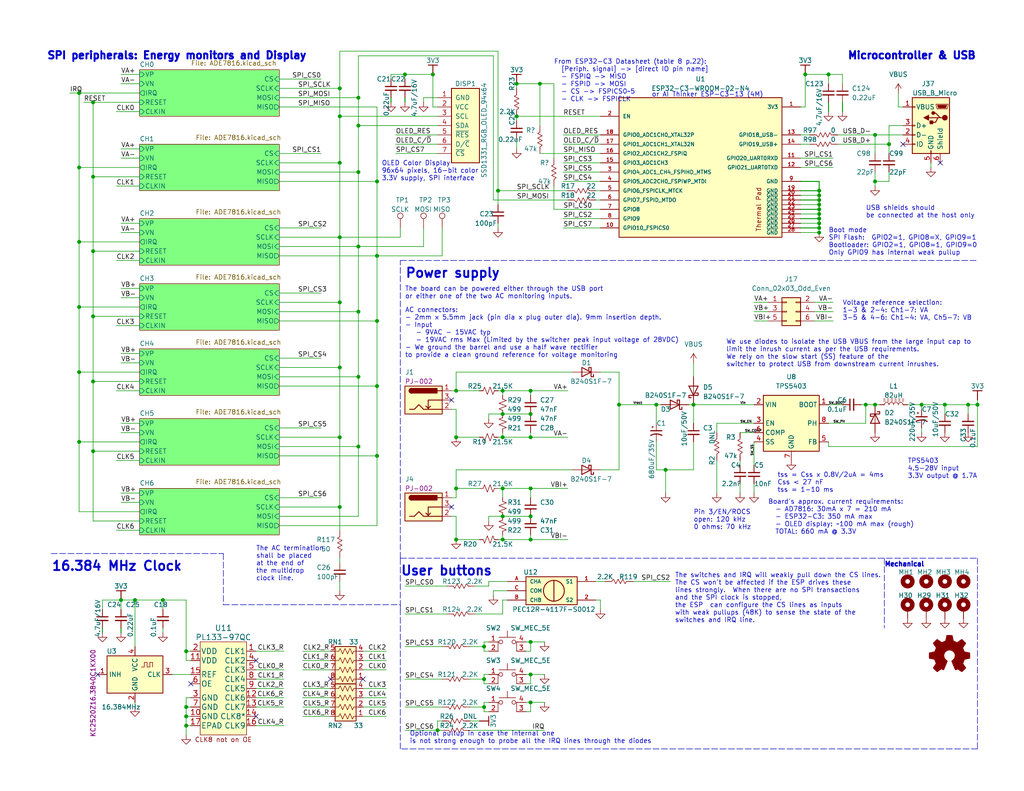
<source format=kicad_sch>
(kicad_sch (version 20211123) (generator eeschema)
  (paper "USLetter")
  (title_block (title "EEMON42 - 42-channel single-board energy monitor") (date "2022-12-02") (rev "1") (company "JFCInc") (comment 1 "[Top] Processor, Power, Display,  Switches"))
  (lib_symbols
    (symbol "Connector:Barrel_Jack_Switch" (pin_names hide)
      (property "Reference" "J" (at 0 5.334 0))
      (property "Value" "Barrel_Jack_Switch" (at 0 -5.08 0))
      (symbol "Barrel_Jack_Switch_1_1"
        (pin passive line (at 7.62 2.54 180) (length 2.54) (name "~") (number "1"))
        (pin passive line (at 7.62 -2.54 180) (length 2.54) (name "~") (number "2"))
        (pin passive line (at 7.62 0 180) (length 2.54) (name "~") (number "3"))
      )
    )
    (symbol "Connector:TestPoint" (pin_numbers hide) (pin_names (offset 0.762) hide)
      (property "Reference" "TP" (at 0 6.858 0))
      (property "Value" "TestPoint" (at 0 5.08 0))
      (symbol "TestPoint_1_1"
        (pin passive line (at 0 0 90) (length 2.54) (name "1") (number "1"))
      )
    )
    (symbol "Connector:USB_B_Micro" (pin_names (offset 1.016))
      (property "Reference" "J" (at -5.08 11.43 0))
      (property "Value" "USB_B_Micro" (at -5.08 8.89 0))
      (symbol "USB_B_Micro_1_1"
        (pin power_out line (at 7.62 5.08 180) (length 2.54) (name "VBUS") (number "1"))
        (pin bidirectional line (at 7.62 -2.54 180) (length 2.54) (name "D-") (number "2"))
        (pin bidirectional line (at 7.62 0 180) (length 2.54) (name "D+") (number "3"))
        (pin passive line (at 7.62 -5.08 180) (length 2.54) (name "ID") (number "4"))
        (pin power_out line (at 0 -10.16 90) (length 2.54) (name "GND") (number "5"))
        (pin passive line (at -2.54 -10.16 90) (length 2.54) (name "Shield") (number "6"))
      )
    )
    (symbol "Connector_Generic:Conn_02x03_Odd_Even" (pin_names (offset 1.016) hide)
      (property "Reference" "J" (at 1.27 5.08 0))
      (property "Value" "Conn_02x03_Odd_Even" (at 1.27 -5.08 0))
      (symbol "Conn_02x03_Odd_Even_1_1"
        (pin passive line (at -5.08 2.54 0) (length 3.81) (name "Pin_1") (number "1"))
        (pin passive line (at 7.62 2.54 180) (length 3.81) (name "Pin_2") (number "2"))
        (pin passive line (at -5.08 0 0) (length 3.81) (name "Pin_3") (number "3"))
        (pin passive line (at 7.62 0 180) (length 3.81) (name "Pin_4") (number "4"))
        (pin passive line (at -5.08 -2.54 0) (length 3.81) (name "Pin_5") (number "5"))
        (pin passive line (at 7.62 -2.54 180) (length 3.81) (name "Pin_6") (number "6"))
      )
    )
    (symbol "Device:C_Polarized_Small_US" (pin_numbers hide) (pin_names (offset 0.254) hide)
      (property "Reference" "C" (at 0.254 1.778 0))
      (property "Value" "C_Polarized_Small_US" (at 0.254 -2.032 0))
      (symbol "C_Polarized_Small_US_1_1"
        (pin passive line (at 0 2.54 270) (length 2.032) (name "~") (number "1"))
        (pin passive line (at 0 -2.54 90) (length 2.032) (name "~") (number "2"))
      )
    )
    (symbol "Device:C_Small" (pin_numbers hide) (pin_names (offset 0.254) hide)
      (property "Reference" "C" (at 0.254 1.778 0))
      (property "Value" "C_Small" (at 0.254 -2.032 0))
      (symbol "C_Small_1_1"
        (pin passive line (at 0 2.54 270) (length 2.032) (name "~") (number "1"))
        (pin passive line (at 0 -2.54 90) (length 2.032) (name "~") (number "2"))
      )
    )
    (symbol "Device:L_Ferrite" (pin_numbers hide) (pin_names (offset 1.016) hide)
      (property "Reference" "L" (at -1.27 0 90))
      (property "Value" "L_Ferrite" (at 2.794 0 90))
      (symbol "L_Ferrite_1_1"
        (pin passive line (at 0 3.81 270) (length 1.27) (name "1") (number "1"))
        (pin passive line (at 0 -3.81 90) (length 1.27) (name "2") (number "2"))
      )
    )
    (symbol "Device:R_Network04_US" (pin_names (offset 0) hide)
      (property "Reference" "RN?" (at 6.35 1.0161 0))
      (property "Value" "R_Network04_US" (at 6.35 -1.5239 0))
      (symbol "R_Network04_US_1_1"
        (pin passive line (at -5.08 -5.08 90) (length 1.27) (name "R1") (number "1"))
        (pin passive line (at -2.54 -5.08 90) (length 1.27) (name "R2") (number "2"))
        (pin passive line (at 0 -5.08 90) (length 1.27) (name "R3") (number "3"))
        (pin passive line (at 2.54 -5.08 90) (length 1.27) (name "R4") (number "4"))
        (pin passive line (at 2.54 3.81 270) (length 1.27) (name "R5") (number "5"))
        (pin passive line (at 0 3.81 270) (length 1.27) (name "R6") (number "6"))
        (pin passive line (at -2.54 3.81 270) (length 1.27) (name "R7") (number "7"))
        (pin passive line (at -5.08 3.81 270) (length 1.27) (name "R8") (number "8"))
      )
    )
    (symbol "Device:R_Small_US" (pin_numbers hide) (pin_names (offset 0.254) hide)
      (property "Reference" "R" (at 0.762 0.508 0))
      (property "Value" "R_Small_US" (at 0.762 -1.016 0))
      (symbol "R_Small_US_1_1"
        (pin passive line (at 0 2.54 270) (length 1.016) (name "~") (number "1"))
        (pin passive line (at 0 -2.54 90) (length 1.016) (name "~") (number "2"))
      )
    )
    (symbol "Diode:B240" (pin_numbers hide) (pin_names (offset 1.016) hide)
      (property "Reference" "D" (at 0 2.54 0))
      (property "Value" "B240" (at 0 -2.54 0))
      (symbol "B240_1_1"
        (pin passive line (at -3.81 0 0) (length 2.54) (name "K") (number "1"))
        (pin passive line (at 3.81 0 180) (length 2.54) (name "A") (number "2"))
      )
    )
    (symbol "Graphic:Logo_Open_Hardware_Small" (pin_names (offset 1.016)))
    (symbol "Mechanical:MountingHole" (pin_names (offset 1.016))
      (property "Reference" "H" (at 0 5.08 0))
      (property "Value" "MountingHole" (at 0 3.175 0))
    )
    (symbol "Mechanical:MountingHole_Pad" (pin_numbers hide) (pin_names (offset 1.016) hide)
      (property "Reference" "H" (at 0 6.35 0))
      (property "Value" "MountingHole_Pad" (at 0 4.445 0))
      (symbol "MountingHole_Pad_1_1"
        (pin input line (at 0 -2.54 90) (length 2.54) (name "1") (number "1"))
      )
    )
    (symbol "Oscillator:KC2520Z"
      (property "Reference" "U" (at 2.54 12.7 0))
      (property "Value" "KC2520Z" (at 6.35 10.16 0))
      (symbol "KC2520Z_1_1"
        (pin input line (at -10.16 0 0) (length 2.54) (name "INH") (number "1"))
        (pin power_in line (at 0 -7.62 90) (length 2.54) (name "GND") (number "2"))
        (pin output line (at 10.16 0 180) (length 2.54) (name "CLK") (number "3"))
        (pin power_in line (at 0 7.62 270) (length 2.54) (name "VCC") (number "4"))
      )
    )
    (symbol "PEC12R-4025F-S0024:PEC12R-4025F-S0024" (pin_names (offset 1.016))
      (property "Reference" "U?" (at -6.35 5.08 0))
      (property "Value" "PEC12R-4025F-S0024" (at 0 -5.08 0))
      (symbol "PEC12R-4025F-S0024_0_0"
        (pin passive line (at 11.43 2.54 180) (length 5.08) (name "S1") (number "1"))
        (pin passive line (at 11.43 -2.54 180) (length 5.08) (name "S2") (number "2"))
        (pin bidirectional line (at -12.7 2.54 0) (length 5.08) (name "CHA") (number "A"))
        (pin bidirectional line (at -12.7 -2.54 0) (length 5.08) (name "CHB") (number "B"))
        (pin bidirectional line (at -12.7 0 0) (length 5.08) (name "COM") (number "C"))
      )
    )
    (symbol "PL133-97QC:PL133-97QC" (pin_names (offset 0.254))
      (property "Reference" "U?" (at 16.51 8.89 0))
      (property "Value" "PL133-97QC" (at 16.51 6.35 0))
      (symbol "PL133-97QC_0_0"
        (text "CLK8 not on OE" (at 16.51 -21.59 0) (effects (font (size 1.27 1.27))))
      )
      (symbol "PL133-97QC_1_1"
        (pin output line (at 25.4 2.54 180) (length 2.54) (name "CLK1") (number "1"))
        (pin power_in line (at 7.62 -15.24 0) (length 2.54) (name "GND") (number "10"))
        (pin power_in line (at 7.62 0 0) (length 2.54) (name "VDD") (number "11"))
        (pin output line (at 25.4 -10.16 180) (length 2.54) (name "CLK6") (number "12"))
        (pin output line (at 25.4 -12.7 180) (length 2.54) (name "CLK7") (number "13"))
        (pin output line (at 25.4 -15.24 180) (length 2.54) (name "CLK8*") (number "14"))
        (pin input line (at 7.62 -3.81 0) (length 2.54) (name "REF") (number "15"))
        (pin output line (at 25.4 -17.78 180) (length 2.54) (name "CLK9") (number "16"))
        (pin unspecified line (at 7.62 -17.78 0) (length 2.54) (name "EPAD") (number "17"))
        (pin power_in line (at 7.62 2.54 0) (length 2.54) (name "VDD") (number "2"))
        (pin power_in line (at 7.62 -10.16 0) (length 2.54) (name "GND") (number "3"))
        (pin output line (at 25.4 0 180) (length 2.54) (name "CLK2") (number "4"))
        (pin output line (at 25.4 -2.54 180) (length 2.54) (name "CLK3") (number "5"))
        (pin input line (at 7.62 -6.35 0) (length 2.54) (name "OE") (number "6"))
        (pin power_in line (at 7.62 -12.7 0) (length 2.54) (name "GND") (number "7"))
        (pin output line (at 25.4 -5.08 180) (length 2.54) (name "CLK4") (number "8"))
        (pin output line (at 25.4 -7.62 180) (length 2.54) (name "CLK5") (number "9"))
      )
    )
    (symbol "Regulator_Switching:TPS54233"
      (property "Reference" "U" (at 0 11.43 0))
      (property "Value" "TPS54233" (at 0 8.89 0))
      (symbol "TPS54233_1_1"
        (pin input line (at 10.16 5.08 180) (length 2.54) (name "BOOT") (number "1"))
        (pin power_in line (at -10.16 5.08 0) (length 2.54) (name "VIN") (number "2"))
        (pin input line (at -10.16 0 0) (length 2.54) (name "EN") (number "3"))
        (pin input line (at -10.16 -5.08 0) (length 2.54) (name "SS") (number "4"))
        (pin input line (at 10.16 -5.08 180) (length 2.54) (name "FB") (number "5"))
        (pin passive line (at -10.16 -2.54 0) (length 2.54) (name "COMP") (number "6"))
        (pin power_in line (at 0 -10.16 90) (length 2.54) (name "GND") (number "7"))
        (pin output line (at 10.16 0 180) (length 2.54) (name "PH") (number "8"))
      )
    )
    (symbol "Top-altium-import:3V3" (power)
      (property "Reference" "#PWR" (at 0 0 0))
      (property "Value" "3V3" (at 0 3.81 0))
      (symbol "3V3_0_0"
        (pin power_in line (at 0 0 0) (length 0) hide (name "3V3") (number ""))
      )
    )
    (symbol "emon36:ESP32-C3-WROOM-02-N4" (pin_names (offset 1.016))
      (property "Reference" "U" (at -12.7 21.082 0))
      (property "Value" "ESP32-C3-WROOM-02-N4" (at -12.7 -20.32 0))
      (symbol "ESP32-C3-WROOM-02-N4_0_0"
        (text "Thermal Pad" (at 12.7 -10.16 900) (effects (font (size 1.27 1.27))))
        (pin power_in line (at 24.13 17.78 180) (length 5.08) (name "3V3") (number "1"))
        (pin bidirectional line (at -30.48 -15.24 0) (length 5.08) (name "GPIO10_FSPICS0") (number "10"))
        (pin bidirectional line (at 24.13 3.81 180) (length 5.08) (name "GPIO20_UART0RXD") (number "11"))
        (pin bidirectional line (at 24.13 1.27 180) (length 5.08) (name "GPIO21_UART0TXD") (number "12"))
        (pin bidirectional line (at 24.13 10.16 180) (length 5.08) (name "GPIO18_USB-") (number "13"))
        (pin bidirectional line (at 24.13 7.62 180) (length 5.08) (name "GPIO19_USB+") (number "14"))
        (pin bidirectional line (at -30.48 2.54 0) (length 5.08) (name "GPIO3_ADC1CH3") (number "15"))
        (pin bidirectional line (at -30.48 5.08 0) (length 5.08) (name "GPIO2_ADC1CH2_FSPIQ") (number "16"))
        (pin bidirectional line (at -30.48 7.62 0) (length 5.08) (name "GPIO1_ADC1CH1_XTAL32N") (number "17"))
        (pin bidirectional line (at -30.48 10.16 0) (length 5.08) (name "GPIO0_ADC1CH0_XTAL32P") (number "18"))
        (pin power_in line (at 24.13 -5.08 180) (length 5.08) (name "GND") (number "19"))
        (pin input line (at -30.48 15.24 0) (length 5.08) (name "EN") (number "2"))
        (pin power_in line (at 24.13 -6.35 180) (length 5.08) (name "GND") (number "20"))
        (pin power_in line (at 24.13 -7.62 180) (length 5.08) (name "GND") (number "21"))
        (pin power_in line (at 24.13 -8.89 180) (length 5.08) (name "GND") (number "22"))
        (pin power_in line (at 24.13 -10.16 180) (length 5.08) (name "GND") (number "23"))
        (pin power_in line (at 24.13 -11.43 180) (length 5.08) (name "GND") (number "24"))
        (pin power_in line (at 24.13 -12.7 180) (length 5.08) (name "GND") (number "25"))
        (pin power_in line (at 24.13 -13.97 180) (length 5.08) (name "GND") (number "26"))
        (pin power_in line (at 24.13 -15.24 180) (length 5.08) (name "GND") (number "27"))
        (pin power_in line (at 24.13 -16.51 180) (length 5.08) (name "GND") (number "28"))
        (pin power_in line (at 24.13 -16.51 180) (length 5.08) hide (name "GND") (number "29"))
        (pin bidirectional line (at -30.48 0 0) (length 5.08) (name "GPIO4_ADC1_CH4_FSPIHD_MTMS") (number "3"))
        (pin power_in line (at 24.13 -16.51 180) (length 5.08) hide (name "GND") (number "30"))
        (pin power_in line (at 24.13 -16.51 180) (length 5.08) hide (name "GND") (number "31"))
        (pin power_in line (at 24.13 -16.51 180) (length 5.08) hide (name "GND") (number "32"))
        (pin power_in line (at 24.13 -16.51 180) (length 5.08) hide (name "GND") (number "33"))
        (pin power_in line (at 24.13 -16.51 180) (length 5.08) hide (name "GND") (number "34"))
        (pin power_in line (at 24.13 -16.51 180) (length 5.08) hide (name "GND") (number "35"))
        (pin power_in line (at 24.13 -16.51 180) (length 5.08) hide (name "GND") (number "36"))
        (pin power_in line (at 24.13 -16.51 180) (length 5.08) hide (name "GND") (number "37"))
        (pin bidirectional line (at -30.48 -2.54 0) (length 5.08) (name "GPIO5_ADC2CH0_FSPIWP_MTDI") (number "4"))
        (pin bidirectional line (at -30.48 -5.08 0) (length 5.08) (name "GPIO6_FSPICLK_MTCK") (number "5"))
        (pin bidirectional line (at -30.48 -7.62 0) (length 5.08) (name "GPIO7_FSPID_MTDO") (number "6"))
        (pin bidirectional line (at -30.48 -10.16 0) (length 5.08) (name "GPIO8") (number "7"))
        (pin bidirectional line (at -30.48 -12.7 0) (length 5.08) (name "GPIO9") (number "8"))
        (pin power_in line (at 24.13 -2.54 180) (length 5.08) (name "GND") (number "9"))
      )
    )
    (symbol "emon36:R_US" (pin_numbers hide) (pin_names (offset 0))
      (property "Reference" "R?" (at 3.556 2.54 0))
      (property "Value" "R_US" (at 7.366 -2.54 0))
      (symbol "R_US_1_1"
        (pin passive line (at 0 3.81 270) (length 1.27) (name "~") (number "1"))
        (pin passive line (at 0 -3.81 90) (length 1.27) (name "~") (number "2"))
      )
    )
    (symbol "emon36:SSD1331_RGB_OLED_94x64" (pin_names (offset 1.016))
      (property "Reference" "DISP?" (at 1.27 10.16 0))
      (property "Value" "SSD1331_RGB_OLED_94x64" (at 1.27 -12.7 0))
      (symbol "SSD1331_RGB_OLED_94x64_1_1"
        (pin power_in line (at 7.62 6.35 180) (length 3.81) (name "GND") (number "1"))
        (pin power_in line (at 7.62 3.81 180) (length 3.81) (name "VCC") (number "2"))
        (pin input line (at 7.62 1.27 180) (length 3.81) (name "SCL") (number "3"))
        (pin input line (at 7.62 -1.27 180) (length 3.81) (name "SDA") (number "4"))
        (pin input line (at 7.62 -3.81 180) (length 3.81) (name "~{RES}") (number "5"))
        (pin input line (at 7.62 -6.35 180) (length 3.81) (name "D/~{C}") (number "6"))
        (pin input line (at 7.62 -8.89 180) (length 3.81) (name "~{CS}") (number "7"))
      )
    )
    (symbol "emon36:SW_MEC_5E" (pin_names (offset 1.016) hide)
      (property "Reference" "SW2" (at -3.81 6.35 0))
      (property "Value" "SW_MEC_5E" (at 6.35 6.35 0))
      (symbol "SW_MEC_5E_0_1"
        (pin passive line (at -5.08 2.54 0) (length 2.54) (name "1") (number "1"))
        (pin passive line (at -5.08 0 0) (length 2.54) (name "2") (number "2"))
        (pin passive line (at 5.08 0 180) (length 2.54) (name "K") (number "3"))
        (pin passive line (at 5.08 2.54 180) (length 2.54) (name "A") (number "4"))
      )
    )
    (symbol "power:GND" (power) (pin_names (offset 0))
      (property "Value" "GND" (at 0 -3.81 0))
      (symbol "GND_1_1"
        (pin power_in line (at 0 0 270) (length 0) hide (name "GND") (number "1"))
      )
    )
    (symbol "power:VBUS" (power) (pin_names (offset 0))
      (property "Value" "VBUS" (at 0 3.81 0))
      (symbol "VBUS_1_1"
        (pin power_in line (at 0 0 90) (length 0) hide (name "VBUS") (number "1"))
      )
    )
  )
  (junction (at 92.71 119.38))
  (junction (at 21.59 83.82))
  (junction (at 97.79 67.31))
  (junction (at 223.52 58.42))
  (junction (at 223.52 53.34))
  (junction (at 92.71 24.13))
  (junction (at 92.71 44.45))
  (junction (at 144.78 106.68))
  (junction (at 132.08 193.04))
  (junction (at 21.59 66.04))
  (junction (at 97.79 102.87))
  (junction (at 226.06 20.32))
  (junction (at 144.78 175.26))
  (junction (at 50.8 177.8))
  (junction (at 257.81 110.49))
  (junction (at 92.71 138.43))
  (junction (at 181.61 128.27))
  (junction (at 50.8 198.12))
  (junction (at 223.52 54.61))
  (junction (at 102.87 49.53))
  (junction (at 137.16 119.38))
  (junction (at 102.87 124.46))
  (junction (at 50.8 195.58))
  (junction (at 144.78 140.97))
  (junction (at 124.46 133.35))
  (junction (at 92.71 82.55))
  (junction (at 223.52 62.23))
  (junction (at 132.08 185.42))
  (junction (at 147.32 22.86))
  (junction (at 168.91 110.49))
  (junction (at 223.52 52.07))
  (junction (at 251.46 110.49))
  (junction (at 21.59 120.65))
  (junction (at 137.16 140.97))
  (junction (at 223.52 59.69))
  (junction (at 137.16 133.35))
  (junction (at 189.23 110.49))
  (junction (at 266.7 110.49))
  (junction (at 223.52 60.96))
  (junction (at 144.78 113.03))
  (junction (at 137.16 147.32))
  (junction (at 92.71 100.33))
  (junction (at 238.76 49.53))
  (junction (at 132.08 176.53))
  (junction (at 223.52 57.15))
  (junction (at 236.22 110.49))
  (junction (at 92.71 31.75))
  (junction (at 144.78 191.77))
  (junction (at 238.76 110.49))
  (junction (at 92.71 64.77))
  (junction (at 144.78 184.15))
  (junction (at 144.78 133.35))
  (junction (at 50.8 193.04))
  (junction (at 102.87 87.63))
  (junction (at 223.52 55.88))
  (junction (at 25.4 68.58))
  (junction (at 25.4 104.14))
  (junction (at 97.79 121.92))
  (junction (at 124.46 147.32))
  (junction (at 219.71 20.32))
  (junction (at 179.07 110.49))
  (junction (at 33.02 163.83))
  (junction (at 36.83 163.83))
  (junction (at 137.16 106.68))
  (junction (at 25.4 86.36))
  (junction (at 110.49 20.32))
  (junction (at 140.97 31.75))
  (junction (at 119.38 199.39))
  (junction (at 25.4 123.19))
  (junction (at 144.78 119.38))
  (junction (at 238.76 36.83))
  (junction (at 97.79 26.67))
  (junction (at 102.87 105.41))
  (junction (at 97.79 34.29))
  (junction (at 21.59 25.4))
  (junction (at 118.11 20.32))
  (junction (at 97.79 85.09))
  (junction (at 144.78 147.32))
  (junction (at 97.79 46.99))
  (junction (at 25.4 27.94))
  (junction (at 124.46 119.38))
  (junction (at 137.16 113.03))
  (junction (at 21.59 101.6))
  (junction (at 223.52 63.5))
  (junction (at 44.45 163.83))
  (junction (at 242.57 39.37))
  (junction (at 21.59 45.72))
  (junction (at 25.4 48.26))
  (junction (at 264.16 110.49))
  (junction (at 124.46 106.68))
  (junction (at 102.87 69.85))
  (junction (at 135.89 52.07))
  (junction (at 140.97 22.86))
  (no_connect (at 69.85 180.34))
  (no_connect (at 123.19 109.22))
  (no_connect (at 123.19 138.43))
  (no_connect (at 69.85 195.58))
  (no_connect (at 246.38 39.37))
  (no_connect (at 256.54 44.45))
  (no_connect (at 26.67 184.15))
  (no_connect (at 99.06 185.42))
  (no_connect (at 90.17 185.42))
  (no_connect (at 52.07 186.69))
  (wire (pts (xy 218.44 52.07) (xy 223.52 52.07)) (stroke (width 0.254)))
  (wire (pts (xy 144.78 191.77) (xy 148.59 191.77)))
  (wire (pts (xy 151.13 43.18) (xy 151.13 22.86)))
  (wire (pts (xy 50.8 195.58) (xy 52.07 195.58)))
  (polyline (pts (xy 266.7 152.4) (xy 266.7 204.47)))
  (wire (pts (xy 76.2 69.85) (xy 102.87 69.85)))
  (wire (pts (xy 140.97 33.02) (xy 140.97 31.75)))
  (wire (pts (xy 44.45 163.83) (xy 50.8 163.83)))
  (wire (pts (xy 123.19 106.68) (xy 124.46 106.68)))
  (wire (pts (xy 118.11 20.32) (xy 110.49 20.32)))
  (wire (pts (xy 92.71 138.43) (xy 92.71 144.78)))
  (wire (pts (xy 251.46 110.49) (xy 257.81 110.49)))
  (wire (pts (xy 124.46 119.38) (xy 130.81 119.38)))
  (wire (pts (xy 228.6 39.37) (xy 242.57 39.37)))
  (wire (pts (xy 36.83 193.04) (xy 36.83 191.77)))
  (wire (pts (xy 25.4 123.19) (xy 38.1 123.19)))
  (wire (pts (xy 92.71 158.75) (xy 92.71 161.29)))
  (wire (pts (xy 229.87 20.32) (xy 226.06 20.32)))
  (wire (pts (xy 147.32 22.86) (xy 140.97 22.86)))
  (wire (pts (xy 25.4 104.14) (xy 25.4 123.19)))
  (wire (pts (xy 138.43 163.83) (xy 137.16 163.83)))
  (wire (pts (xy 97.79 140.97) (xy 76.2 140.97)))
  (wire (pts (xy 92.71 152.4) (xy 92.71 153.67)))
  (wire (pts (xy 134.62 161.29) (xy 134.62 162.56)))
  (wire (pts (xy 144.78 118.11) (xy 144.78 119.38)))
  (wire (pts (xy 119.38 29.21) (xy 118.11 29.21)))
  (wire (pts (xy 44.45 172.72) (xy 44.45 171.45)))
  (wire (pts (xy 82.55 187.96) (xy 90.17 187.96)))
  (wire (pts (xy 92.71 119.38) (xy 76.2 119.38)))
  (wire (pts (xy 25.4 104.14) (xy 38.1 104.14)))
  (wire (pts (xy 82.6444 195.58) (xy 90.17 195.58)))
  (wire (pts (xy 76.2 105.41) (xy 102.87 105.41)))
  (polyline (pts (xy 109.22 152.4) (xy 109.22 152.4)))
  (wire (pts (xy 21.59 45.72) (xy 21.59 66.04)))
  (wire (pts (xy 87.63 21.59) (xy 76.2 21.59)))
  (wire (pts (xy 97.79 26.67) (xy 76.2 26.67)))
  (wire (pts (xy 50.8 193.04) (xy 50.8 190.5)))
  (wire (pts (xy 264.16 110.49) (xy 264.16 113.03)))
  (wire (pts (xy 38.1 134.62) (xy 33.02 134.62)))
  (wire (pts (xy 87.63 41.91) (xy 76.2 41.91)))
  (wire (pts (xy 132.08 175.26) (xy 132.08 176.53)))
  (wire (pts (xy 257.81 110.49) (xy 264.16 110.49)))
  (wire (pts (xy 27.94 163.83) (xy 33.02 163.83)))
  (polyline (pts (xy 241.3 152.4) (xy 241.3 171.45)))
  (wire (pts (xy 123.19 135.89) (xy 124.46 135.89)))
  (wire (pts (xy 110.49 199.39) (xy 119.38 199.39)))
  (wire (pts (xy 163.83 163.83) (xy 162.56 163.83)))
  (wire (pts (xy 179.07 128.27) (xy 181.61 128.27)))
  (wire (pts (xy 137.16 106.68) (xy 144.78 106.68)))
  (wire (pts (xy 119.38 26.67) (xy 115.57 26.67)))
  (wire (pts (xy 97.79 46.99) (xy 76.2 46.99)))
  (wire (pts (xy 25.4 123.19) (xy 25.4 142.24)))
  (wire (pts (xy 143.51 194.31) (xy 144.78 194.31)))
  (wire (pts (xy 132.08 193.04) (xy 132.08 194.31)))
  (wire (pts (xy 92.71 100.33) (xy 76.2 100.33)))
  (wire (pts (xy 135.89 13.97) (xy 92.71 13.97)))
  (wire (pts (xy 242.57 34.29) (xy 246.38 34.29)))
  (wire (pts (xy 38.1 20.32) (xy 33.02 20.32)))
  (wire (pts (xy 181.61 128.27) (xy 181.61 134.62)))
  (polyline (pts (xy 13.97 151.13) (xy 60.96 151.13)))
  (wire (pts (xy 92.71 82.55) (xy 92.71 100.33)))
  (wire (pts (xy 25.4 68.58) (xy 25.4 86.36)))
  (wire (pts (xy 140.97 31.75) (xy 163.83 31.75)))
  (wire (pts (xy 82.55 182.88) (xy 90.17 182.88)))
  (wire (pts (xy 135.89 52.07) (xy 135.89 55.88)))
  (wire (pts (xy 137.16 146.05) (xy 137.16 147.32)))
  (wire (pts (xy 242.57 39.37) (xy 242.57 41.91)))
  (wire (pts (xy 219.71 29.21) (xy 218.44 29.21)))
  (wire (pts (xy 77.47 177.8) (xy 69.85 177.8)))
  (wire (pts (xy 115.57 67.31) (xy 97.79 67.31)))
  (wire (pts (xy 92.71 24.13) (xy 92.71 31.75)))
  (wire (pts (xy 238.76 36.83) (xy 246.38 36.83)))
  (wire (pts (xy 33.02 172.72) (xy 33.02 171.45)) (stroke (width 0.254)))
  (wire (pts (xy 124.46 140.97) (xy 124.46 147.32)))
  (wire (pts (xy 134.62 54.61) (xy 154.94 54.61)))
  (wire (pts (xy 76.2 124.46) (xy 102.87 124.46)))
  (wire (pts (xy 25.4 142.24) (xy 38.1 142.24)))
  (wire (pts (xy 21.59 83.82) (xy 21.59 101.6)))
  (wire (pts (xy 31.75 50.8) (xy 38.1 50.8)))
  (wire (pts (xy 87.63 135.89) (xy 76.2 135.89)))
  (wire (pts (xy 128.27 199.39) (xy 148.59 199.39)))
  (wire (pts (xy 168.91 101.6) (xy 168.91 110.49)))
  (wire (pts (xy 97.79 46.99) (xy 97.79 67.31)))
  (wire (pts (xy 143.51 191.77) (xy 144.78 191.77)))
  (wire (pts (xy 97.79 34.29) (xy 97.79 46.99)))
  (wire (pts (xy 92.71 24.13) (xy 76.2 24.13)))
  (wire (pts (xy 124.46 101.6) (xy 156.21 101.6)))
  (wire (pts (xy 77.47 182.88) (xy 69.85 182.88)))
  (wire (pts (xy 137.16 113.03) (xy 133.35 113.03)))
  (wire (pts (xy 38.1 22.86) (xy 33.02 22.86)))
  (wire (pts (xy 266.7 110.49) (xy 266.7 121.92)))
  (wire (pts (xy 106.68 20.32) (xy 106.68 21.59)))
  (wire (pts (xy 50.8 198.12) (xy 52.07 198.12)))
  (wire (pts (xy 223.52 63.5) (xy 223.52 62.23)))
  (wire (pts (xy 77.3756 190.5) (xy 69.85 190.5)))
  (wire (pts (xy 92.71 119.38) (xy 92.71 138.43)))
  (wire (pts (xy 21.59 66.04) (xy 21.59 83.82)))
  (wire (pts (xy 77.47 185.42) (xy 69.85 185.42)))
  (wire (pts (xy 119.38 199.39) (xy 120.65 199.39)))
  (wire (pts (xy 21.59 83.82) (xy 38.1 83.82)))
  (wire (pts (xy 38.1 43.18) (xy 33.02 43.18)))
  (wire (pts (xy 92.71 64.77) (xy 92.71 82.55)))
  (wire (pts (xy 124.46 133.35) (xy 124.46 135.89)))
  (wire (pts (xy 27.94 172.72) (xy 27.94 171.45)) (stroke (width 0.254)))
  (wire (pts (xy 87.63 116.84) (xy 76.2 116.84)))
  (wire (pts (xy 92.71 31.75) (xy 92.71 44.45)))
  (wire (pts (xy 229.87 20.32) (xy 229.87 22.86)))
  (wire (pts (xy 27.94 163.83) (xy 27.94 166.37)))
  (wire (pts (xy 236.22 110.49) (xy 238.76 110.49)))
  (wire (pts (xy 153.67 59.69) (xy 163.83 59.69)))
  (wire (pts (xy 168.91 110.49) (xy 168.91 128.27)))
  (wire (pts (xy 189.23 99.06) (xy 189.23 102.87)))
  (wire (pts (xy 97.79 102.87) (xy 97.79 121.92)))
  (wire (pts (xy 135.89 52.07) (xy 154.94 52.07)))
  (wire (pts (xy 238.76 36.83) (xy 238.76 41.91)))
  (wire (pts (xy 115.57 26.67) (xy 115.57 27.94)))
  (wire (pts (xy 143.51 184.15) (xy 144.78 184.15)))
  (wire (pts (xy 21.59 66.04) (xy 38.1 66.04)))
  (wire (pts (xy 163.83 166.37) (xy 163.83 163.83)))
  (wire (pts (xy 38.1 99.06) (xy 33.02 99.06)))
  (wire (pts (xy 251.46 110.49) (xy 251.46 111.76)))
  (wire (pts (xy 143.51 177.8) (xy 144.78 177.8)))
  (wire (pts (xy 109.22 62.23) (xy 109.22 64.77)))
  (wire (pts (xy 228.6 36.83) (xy 238.76 36.83)))
  (wire (pts (xy 144.78 191.77) (xy 144.78 194.31)))
  (wire (pts (xy 254 44.45) (xy 254 45.72)))
  (wire (pts (xy 132.08 177.8) (xy 133.35 177.8)))
  (wire (pts (xy 21.59 101.6) (xy 21.59 120.65)))
  (wire (pts (xy 226.06 30.48) (xy 226.06 27.94)) (stroke (width 0.254)))
  (wire (pts (xy 226.06 121.92) (xy 226.06 120.65)))
  (wire (pts (xy 138.43 161.29) (xy 134.62 161.29)))
  (wire (pts (xy 238.76 49.53) (xy 238.76 50.8)))
  (wire (pts (xy 144.78 184.15) (xy 148.59 184.15)))
  (wire (pts (xy 33.02 163.83) (xy 36.83 163.83)))
  (wire (pts (xy 128.27 185.42) (xy 132.08 185.42)))
  (wire (pts (xy 218.44 53.34) (xy 223.52 53.34)))
  (wire (pts (xy 153.67 44.45) (xy 163.83 44.45)))
  (wire (pts (xy 223.52 54.61) (xy 223.52 55.88)) (stroke (width 0.254)))
  (wire (pts (xy 123.19 111.76) (xy 124.46 111.76)))
  (wire (pts (xy 52.07 180.34) (xy 50.8 180.34)))
  (wire (pts (xy 153.67 36.83) (xy 163.83 36.83)))
  (wire (pts (xy 97.79 121.92) (xy 97.79 140.97)))
  (wire (pts (xy 229.87 30.48) (xy 229.87 27.94)) (stroke (width 0.254)))
  (wire (pts (xy 218.44 58.42) (xy 223.52 58.42)))
  (wire (pts (xy 110.49 160.02) (xy 121.92 160.02)))
  (wire (pts (xy 132.08 184.15) (xy 132.08 185.42)))
  (wire (pts (xy 163.83 128.27) (xy 168.91 128.27)))
  (wire (pts (xy 134.62 54.61) (xy 134.62 15.24)))
  (wire (pts (xy 242.57 39.37) (xy 242.57 34.29)))
  (wire (pts (xy 218.44 59.69) (xy 223.52 59.69)) (stroke (width 0.254)))
  (wire (pts (xy 124.46 133.35) (xy 130.81 133.35)))
  (wire (pts (xy 77.3756 187.96) (xy 69.85 187.96)))
  (wire (pts (xy 238.76 49.53) (xy 242.57 49.53)))
  (wire (pts (xy 115.57 62.23) (xy 115.57 67.31)))
  (wire (pts (xy 25.4 68.58) (xy 38.1 68.58)))
  (wire (pts (xy 31.75 71.12) (xy 38.1 71.12)))
  (wire (pts (xy 21.59 120.65) (xy 38.1 120.65)))
  (wire (pts (xy 97.79 67.31) (xy 97.79 85.09)))
  (wire (pts (xy 120.65 62.23) (xy 120.65 69.85)))
  (wire (pts (xy 119.38 196.85) (xy 119.38 199.39)))
  (wire (pts (xy 219.71 20.32) (xy 219.71 29.21)))
  (wire (pts (xy 87.63 97.79) (xy 76.2 97.79)))
  (wire (pts (xy 25.4 86.36) (xy 38.1 86.36)))
  (wire (pts (xy 179.07 110.49) (xy 179.07 115.57)))
  (wire (pts (xy 92.71 64.77) (xy 109.22 64.77)))
  (wire (pts (xy 218.44 54.61) (xy 223.52 54.61)) (stroke (width 0.254)))
  (wire (pts (xy 97.79 85.09) (xy 76.2 85.09)))
  (wire (pts (xy 133.35 140.97) (xy 137.16 140.97)))
  (wire (pts (xy 50.8 190.5) (xy 52.07 190.5)))
  (wire (pts (xy 223.52 58.42) (xy 223.52 59.69)) (stroke (width 0.254)))
  (wire (pts (xy 135.89 62.23) (xy 135.89 60.96)))
  (wire (pts (xy 124.46 101.6) (xy 124.46 106.68)))
  (wire (pts (xy 205.74 85.09) (xy 209.55 85.09)))
  (wire (pts (xy 132.08 194.31) (xy 133.35 194.31)))
  (wire (pts (xy 82.6444 193.04) (xy 90.17 193.04)))
  (wire (pts (xy 137.16 107.95) (xy 137.16 106.68)))
  (wire (pts (xy 201.93 118.11) (xy 205.74 118.11)))
  (wire (pts (xy 153.67 49.53) (xy 163.83 49.53)))
  (wire (pts (xy 137.16 119.38) (xy 144.78 119.38)))
  (wire (pts (xy 25.4 27.94) (xy 25.4 48.26)))
  (wire (pts (xy 118.11 20.32) (xy 118.11 29.21)))
  (wire (pts (xy 137.16 135.89) (xy 137.16 133.35)))
  (wire (pts (xy 195.58 118.11) (xy 195.58 115.57)))
  (wire (pts (xy 19.05 25.4) (xy 21.59 25.4)))
  (wire (pts (xy 38.1 118.11) (xy 33.02 118.11)))
  (wire (pts (xy 135.89 133.35) (xy 137.16 133.35)))
  (wire (pts (xy 201.93 125.73) (xy 201.93 127)))
  (wire (pts (xy 21.59 25.4) (xy 21.59 45.72)))
  (wire (pts (xy 218.44 36.83) (xy 220.98 36.83)))
  (wire (pts (xy 205.74 87.63) (xy 209.55 87.63)))
  (wire (pts (xy 236.22 115.57) (xy 226.06 115.57)))
  (wire (pts (xy 92.71 13.97) (xy 92.71 24.13)))
  (wire (pts (xy 135.89 106.68) (xy 137.16 106.68)))
  (wire (pts (xy 110.49 20.32) (xy 106.68 20.32)))
  (wire (pts (xy 21.59 120.65) (xy 21.59 139.7)))
  (wire (pts (xy 226.06 20.32) (xy 226.06 22.86)))
  (wire (pts (xy 129.54 160.02) (xy 133.35 160.02)))
  (wire (pts (xy 124.46 147.32) (xy 130.81 147.32)))
  (wire (pts (xy 133.35 175.26) (xy 132.08 175.26)))
  (wire (pts (xy 144.78 146.05) (xy 144.78 147.32)))
  (wire (pts (xy 76.2 87.63) (xy 102.87 87.63)))
  (wire (pts (xy 76.2 29.21) (xy 102.87 29.21)))
  (wire (pts (xy 227.33 87.63) (xy 222.25 87.63)))
  (wire (pts (xy 187.96 110.49) (xy 189.23 110.49)))
  (wire (pts (xy 218.44 60.96) (xy 223.52 60.96)))
  (wire (pts (xy 50.8 200.66) (xy 50.8 198.12)))
  (wire (pts (xy 162.56 52.07) (xy 163.83 52.07)))
  (wire (pts (xy 102.87 49.53) (xy 102.87 69.85)))
  (wire (pts (xy 144.78 106.68) (xy 154.94 106.68)))
  (wire (pts (xy 102.87 29.21) (xy 102.87 49.53)))
  (wire (pts (xy 110.49 193.04) (xy 120.65 193.04)))
  (wire (pts (xy 144.78 113.03) (xy 137.16 113.03)))
  (wire (pts (xy 31.75 125.73) (xy 38.1 125.73)))
  (wire (pts (xy 144.78 175.26) (xy 144.78 177.8)))
  (wire (pts (xy 31.75 30.48) (xy 38.1 30.48)))
  (wire (pts (xy 120.65 69.85) (xy 102.87 69.85)))
  (wire (pts (xy 223.52 52.07) (xy 223.52 53.34)) (stroke (width 0.254)))
  (wire (pts (xy 38.1 78.74) (xy 33.02 78.74)))
  (wire (pts (xy 144.78 135.89) (xy 144.78 133.35)))
  (wire (pts (xy 92.71 64.77) (xy 76.2 64.77)))
  (wire (pts (xy 137.16 147.32) (xy 144.78 147.32)))
  (wire (pts (xy 38.1 81.28) (xy 33.02 81.28)))
  (wire (pts (xy 257.81 110.49) (xy 257.81 113.03)))
  (wire (pts (xy 97.79 85.09) (xy 97.79 102.87)))
  (wire (pts (xy 82.55 180.34) (xy 90.17 180.34)))
  (wire (pts (xy 44.45 163.83) (xy 44.45 166.37)))
  (wire (pts (xy 22.86 27.94) (xy 25.4 27.94)))
  (polyline (pts (xy 109.22 71.12) (xy 266.7 71.12)))
  (wire (pts (xy 105.41 190.5) (xy 99.06 190.5)))
  (wire (pts (xy 50.8 177.8) (xy 52.07 177.8)))
  (wire (pts (xy 179.07 120.65) (xy 179.07 128.27)))
  (wire (pts (xy 46.99 184.15) (xy 52.07 184.15)))
  (wire (pts (xy 223.52 49.53) (xy 223.52 52.07)) (stroke (width 0.254)))
  (wire (pts (xy 38.1 96.52) (xy 33.02 96.52)))
  (wire (pts (xy 153.67 39.37) (xy 163.83 39.37)))
  (wire (pts (xy 245.11 29.21) (xy 245.11 25.4)))
  (wire (pts (xy 201.93 132.08) (xy 201.93 134.62)))
  (wire (pts (xy 92.71 44.45) (xy 92.71 64.77)))
  (wire (pts (xy 110.49 176.53) (xy 120.65 176.53)))
  (wire (pts (xy 153.67 62.23) (xy 163.83 62.23)))
  (wire (pts (xy 147.32 41.91) (xy 163.83 41.91)))
  (wire (pts (xy 143.51 186.69) (xy 144.78 186.69)))
  (wire (pts (xy 153.67 46.99) (xy 163.83 46.99)))
  (wire (pts (xy 137.16 163.83) (xy 137.16 167.64)))
  (wire (pts (xy 234.95 110.49) (xy 236.22 110.49)))
  (wire (pts (xy 137.16 118.11) (xy 137.16 119.38)))
  (wire (pts (xy 227.33 45.72) (xy 218.44 45.72)))
  (wire (pts (xy 106.68 27.94) (xy 106.68 26.67)) (stroke (width 0.254)))
  (wire (pts (xy 227.33 43.18) (xy 218.44 43.18)))
  (wire (pts (xy 151.13 57.15) (xy 151.13 50.8)))
  (wire (pts (xy 107.95 36.83) (xy 119.38 36.83)))
  (wire (pts (xy 128.27 193.04) (xy 132.08 193.04)))
  (wire (pts (xy 119.38 34.29) (xy 97.79 34.29)))
  (wire (pts (xy 76.2 143.51) (xy 102.87 143.51)))
  (wire (pts (xy 120.65 196.85) (xy 119.38 196.85)))
  (wire (pts (xy 205.74 120.65) (xy 205.74 127)))
  (wire (pts (xy 238.76 46.99) (xy 238.76 49.53)))
  (wire (pts (xy 133.35 191.77) (xy 132.08 191.77)))
  (wire (pts (xy 227.33 85.09) (xy 222.25 85.09)))
  (wire (pts (xy 246.38 29.21) (xy 245.11 29.21)))
  (wire (pts (xy 25.4 48.26) (xy 25.4 68.58)))
  (wire (pts (xy 128.27 196.85) (xy 130.81 196.85)))
  (wire (pts (xy 143.51 175.26) (xy 144.78 175.26)))
  (wire (pts (xy 135.89 119.38) (xy 137.16 119.38)))
  (wire (pts (xy 124.46 128.27) (xy 156.21 128.27)))
  (wire (pts (xy 133.35 140.97) (xy 133.35 142.24)))
  (wire (pts (xy 105.41 182.88) (xy 99.06 182.88)))
  (wire (pts (xy 144.78 119.38) (xy 154.94 119.38)))
  (wire (pts (xy 223.52 60.96) (xy 223.52 62.23)) (stroke (width 0.254)))
  (wire (pts (xy 181.61 128.27) (xy 189.23 128.27)))
  (wire (pts (xy 105.41 177.8) (xy 99.06 177.8)))
  (wire (pts (xy 21.59 101.6) (xy 38.1 101.6)))
  (wire (pts (xy 38.1 115.57) (xy 33.02 115.57)))
  (wire (pts (xy 223.52 57.15) (xy 223.52 58.42)) (stroke (width 0.254)))
  (wire (pts (xy 151.13 22.86) (xy 147.32 22.86)))
  (wire (pts (xy 21.59 139.7) (xy 38.1 139.7)))
  (wire (pts (xy 189.23 110.49) (xy 189.23 115.57)))
  (wire (pts (xy 92.71 44.45) (xy 76.2 44.45)))
  (wire (pts (xy 144.78 184.15) (xy 144.78 186.69)))
  (wire (pts (xy 36.83 163.83) (xy 44.45 163.83)))
  (wire (pts (xy 50.8 193.04) (xy 52.07 193.04)))
  (wire (pts (xy 105.41 180.34) (xy 99.06 180.34)))
  (wire (pts (xy 189.23 110.49) (xy 205.74 110.49)))
  (wire (pts (xy 238.76 110.49) (xy 240.03 110.49)))
  (wire (pts (xy 82.55 190.5) (xy 90.17 190.5)))
  (wire (pts (xy 162.56 54.61) (xy 163.83 54.61)))
  (wire (pts (xy 135.89 147.32) (xy 137.16 147.32)))
  (wire (pts (xy 38.1 137.16) (xy 33.02 137.16)))
  (wire (pts (xy 223.52 59.69) (xy 223.52 60.96)) (stroke (width 0.254)))
  (polyline (pts (xy 266.7 204.47) (xy 109.22 204.47)))
  (wire (pts (xy 133.35 158.75) (xy 133.35 160.02)))
  (wire (pts (xy 219.71 20.32) (xy 226.06 20.32)))
  (wire (pts (xy 110.49 20.32) (xy 110.49 21.59)))
  (wire (pts (xy 124.46 111.76) (xy 124.46 119.38)))
  (wire (pts (xy 129.54 167.64) (xy 137.16 167.64)))
  (wire (pts (xy 31.75 106.68) (xy 38.1 106.68)))
  (wire (pts (xy 205.74 82.55) (xy 209.55 82.55)))
  (wire (pts (xy 31.75 88.9) (xy 38.1 88.9)))
  (wire (pts (xy 102.87 105.41) (xy 102.87 124.46)))
  (wire (pts (xy 50.8 180.34) (xy 50.8 177.8)))
  (wire (pts (xy 168.91 110.49) (xy 179.07 110.49)))
  (wire (pts (xy 105.41 193.04) (xy 99.06 193.04)))
  (wire (pts (xy 77.3756 193.04) (xy 69.85 193.04)))
  (wire (pts (xy 77.47 198.12) (xy 69.85 198.12)))
  (wire (pts (xy 144.78 107.95) (xy 144.78 106.68)))
  (wire (pts (xy 105.41 187.96) (xy 99.06 187.96)))
  (wire (pts (xy 50.8 198.12) (xy 50.8 195.58)))
  (wire (pts (xy 97.79 121.92) (xy 76.2 121.92)))
  (wire (pts (xy 92.71 82.55) (xy 76.2 82.55)))
  (wire (pts (xy 97.79 102.87) (xy 76.2 102.87)))
  (wire (pts (xy 87.63 62.23) (xy 76.2 62.23)))
  (wire (pts (xy 38.1 40.64) (xy 33.02 40.64)))
  (wire (pts (xy 110.49 167.64) (xy 121.92 167.64)))
  (wire (pts (xy 102.87 124.46) (xy 102.87 143.51)))
  (wire (pts (xy 140.97 38.1) (xy 140.97 40.64)))
  (wire (pts (xy 25.4 48.26) (xy 38.1 48.26)))
  (wire (pts (xy 133.35 184.15) (xy 132.08 184.15)))
  (wire (pts (xy 218.44 39.37) (xy 220.98 39.37)))
  (wire (pts (xy 163.83 101.6) (xy 168.91 101.6)))
  (wire (pts (xy 264.16 110.49) (xy 266.7 110.49)))
  (wire (pts (xy 92.71 100.33) (xy 92.71 119.38)))
  (wire (pts (xy 266.7 121.92) (xy 226.06 121.92)))
  (wire (pts (xy 36.83 163.83) (xy 36.83 176.53)))
  (wire (pts (xy 33.02 163.83) (xy 33.02 166.37)))
  (wire (pts (xy 140.97 24.13) (xy 140.97 22.86)))
  (wire (pts (xy 266.7 109.22) (xy 266.7 110.49)))
  (polyline (pts (xy 109.22 152.4) (xy 109.22 71.12)))
  (wire (pts (xy 218.44 63.5) (xy 223.52 63.5)))
  (wire (pts (xy 110.49 27.94) (xy 110.49 26.67)) (stroke (width 0.254)))
  (wire (pts (xy 189.23 120.65) (xy 189.23 128.27)))
  (polyline (pts (xy 109.22 165.1) (xy 109.22 166.37)))
  (wire (pts (xy 105.41 195.58) (xy 99.06 195.58)))
  (wire (pts (xy 110.49 185.42) (xy 120.65 185.42)))
  (wire (pts (xy 107.95 39.37) (xy 119.38 39.37)))
  (wire (pts (xy 21.59 25.4) (xy 38.1 25.4)))
  (wire (pts (xy 107.95 41.91) (xy 119.38 41.91)))
  (wire (pts (xy 38.1 60.96) (xy 33.02 60.96)))
  (wire (pts (xy 128.27 176.53) (xy 132.08 176.53)))
  (wire (pts (xy 137.16 133.35) (xy 144.78 133.35)))
  (wire (pts (xy 124.46 128.27) (xy 124.46 133.35)))
  (wire (pts (xy 165.1 158.75) (xy 162.56 158.75)))
  (wire (pts (xy 180.34 110.49) (xy 179.07 110.49)))
  (wire (pts (xy 137.16 140.97) (xy 144.78 140.97)))
  (wire (pts (xy 223.52 53.34) (xy 223.52 54.61)) (stroke (width 0.254)))
  (wire (pts (xy 227.33 82.55) (xy 222.25 82.55)))
  (wire (pts (xy 251.46 116.84) (xy 251.46 118.11)))
  (wire (pts (xy 21.59 45.72) (xy 38.1 45.72)))
  (wire (pts (xy 226.06 110.49) (xy 229.87 110.49)))
  (wire (pts (xy 182.88 158.75) (xy 172.72 158.75)))
  (polyline (pts (xy 109.22 204.47) (xy 109.22 152.4)))
  (wire (pts (xy 144.78 147.32) (xy 154.94 147.32)))
  (wire (pts (xy 25.4 86.36) (xy 25.4 104.14)))
  (wire (pts (xy 97.79 15.24) (xy 97.79 26.67)))
  (wire (pts (xy 218.44 62.23) (xy 223.52 62.23)) (stroke (width 0.254)))
  (wire (pts (xy 218.44 57.15) (xy 223.52 57.15)) (stroke (width 0.254)))
  (wire (pts (xy 124.46 106.68) (xy 130.81 106.68)))
  (polyline (pts (xy 60.96 165.1) (xy 109.22 165.1)))
  (wire (pts (xy 50.8 163.83) (xy 50.8 177.8)))
  (wire (pts (xy 218.44 55.88) (xy 223.52 55.88)))
  (wire (pts (xy 50.8 195.58) (xy 50.8 193.04)))
  (wire (pts (xy 132.08 191.77) (xy 132.08 193.04)))
  (wire (pts (xy 242.57 46.99) (xy 242.57 49.53)))
  (wire (pts (xy 123.19 140.97) (xy 124.46 140.97)))
  (wire (pts (xy 38.1 63.5) (xy 33.02 63.5)))
  (wire (pts (xy 247.65 110.49) (xy 251.46 110.49)))
  (wire (pts (xy 151.13 57.15) (xy 163.83 57.15)))
  (wire (pts (xy 31.75 144.78) (xy 38.1 144.78)))
  (wire (pts (xy 135.89 52.07) (xy 135.89 13.97)))
  (wire (pts (xy 195.58 115.57) (xy 205.74 115.57)))
  (wire (pts (xy 97.79 67.31) (xy 76.2 67.31)))
  (wire (pts (xy 144.78 133.35) (xy 154.94 133.35)))
  (wire (pts (xy 218.44 49.53) (xy 223.52 49.53)) (stroke (width 0.254)))
  (wire (pts (xy 138.43 158.75) (xy 133.35 158.75)))
  (wire (pts (xy 82.6444 177.8) (xy 90.17 177.8)))
  (wire (pts (xy 144.78 175.26) (xy 148.59 175.26)))
  (wire (pts (xy 76.2 49.53) (xy 102.87 49.53)))
  (wire (pts (xy 147.32 22.86) (xy 147.32 34.29)))
  (polyline (pts (xy 60.96 151.13) (xy 60.96 165.1)))
  (wire (pts (xy 236.22 110.49) (xy 236.22 115.57)))
  (wire (pts (xy 25.4 27.94) (xy 38.1 27.94)))
  (wire (pts (xy 134.62 15.24) (xy 97.79 15.24)))
  (wire (pts (xy 195.58 134.62) (xy 195.58 125.73)))
  (wire (pts (xy 102.87 87.63) (xy 102.87 105.41)))
  (polyline (pts (xy 109.22 152.4) (xy 266.7 152.4)))
  (wire (pts (xy 132.08 176.53) (xy 132.08 177.8)))
  (wire (pts (xy 132.08 185.42) (xy 132.08 186.69)))
  (wire (pts (xy 205.74 134.62) (xy 205.74 132.08)))
  (wire (pts (xy 133.35 113.03) (xy 133.35 114.3)))
  (wire (pts (xy 223.52 55.88) (xy 223.52 57.15)) (stroke (width 0.254)))
  (wire (pts (xy 92.71 138.43) (xy 76.2 138.43)))
  (wire (pts (xy 97.79 26.67) (xy 97.79 34.29)))
  (wire (pts (xy 102.87 69.85) (xy 102.87 87.63)))
  (wire (pts (xy 132.08 186.69) (xy 133.35 186.69)))
  (wire (pts (xy 87.63 80.01) (xy 76.2 80.01)))
  (wire (pts (xy 92.71 31.75) (xy 119.38 31.75)))
  (text "The switches and IRQ will weakly pull down the CS lines. \nThe CS won't be affected if the ESP drives these \nlines strongly.  When there are no SPI transactions \nand the SPI clock is stopped, \nthe ESP  can configure the CS lines as inputs \nwith weak pullups (48K) to sense the state of the \nswitches and IRQ line.\n" (at 184.15 170.18 0) (effects (font (size 1.27 1.27)) (justify left bottom)))
  (text "Board's approx. current requirements:\n  - AD7816: 30mA x 7 = 210 mA\n  - ESP32-C3: 350 mA max\n  - OLED display: ~100 mA max (rough)\n  TOTAL: 660 mA @ 3.3V" (at 209.55 146.05 0) (effects (font (size 1.27 1.27)) (justify left bottom)))
  (text "16.384 MHz Clock" (at 13.97 156.21 0) (effects (font (size 2.54 2.54) (thickness 0.508) bold) (justify left bottom)))
  (text "tss = Css x 0.8V/2uA = 4ms\nCss < 27 nF\ntss = 1-10 ms\n" (at 212.09 134.62 0) (effects (font (size 1.27 1.27)) (justify left bottom)))
  (text "Boot mode\nSPI Flash:  GPIO2=1, GPIO8=X, GPIO9=1\nBootloader: GPIO2=1, GPIO8=1, GPIO9=0\nOnly GPIO9 has internal weak pullup\n" (at 226.06 69.85 0) (effects (font (size 1.27 1.27)) (justify left bottom)))
  (text "We use diodes to isolate the USB VBUS from the large input cap to \nlimit the inrush current as per the USB requirements. \nWe rely on the slow start (SS) feature of the \nswitcher to protect USB from downstream current inrushes." (at 198.12 100.33 0) (effects (font (size 1.27 1.27)) (justify left bottom)))
  (text "Mechanical" (at 241.3 154.94 0) (effects (font (size 1.27 1.27) (thickness 0.508) bold) (justify left bottom)))
  (text "The board can be powered either through the USB port\nor either one of the two AC monitoring inputs. \n\n" (at 110.49 83.82 0) (effects (font (size 1.27 1.27)) (justify left bottom)))
  (text "Optional pullup in case the internal one\nis not strong enough to probe all the IRQ lines through the diodes" (at 111.76 203.2 0) (effects (font (size 1.27 1.27)) (justify left bottom)))
  (text "OLED Color Display\n96x64 pixels, 16-bit color\n3.3V supply, SPI interface\n" (at 104.14 49.53 0) (effects (font (size 1.27 1.27)) (justify left bottom)))
  (text "Voltage reference selection:\n1-3 & 2-4: Ch1-7: VA  \n3-5 & 4-6: Ch1-4: VA, Ch5-7: VB  " (at 229.87 87.63 0) (effects (font (size 1.27 1.27)) (justify left bottom)))
  (text "From ESP32-C3 Datasheet (table 8 p.22):\n  [Periph. signal] -> [direct IO pin name] \n  - FSPIQ -> MISO \n  - FSPID -> MOSI\n  - CS -> FSPICS0~5\n  - CLK -> FSPICLK" (at 151.13 27.94 0) (effects (font (size 1.27 1.27)) (justify left bottom)))
  (text "TPS5403\n4.5-28V input\n3.3V output @ 1.7A" (at 247.65 130.81 0) (effects (font (size 1.27 1.27)) (justify left bottom)))
  (text "SPI peripherals: Energy monitors and Display" (at 12.7 16.51 0) (effects (font (size 2.032 2.032) (thickness 0.508) bold) (justify left bottom)))
  (text "AC connectors:\n- 2mm x 5.5mm jack (pin dia x plug outer dia). 9mm insertion depth.\n- Input \n   - 9VAC - 15VAC typ\n   - 19VAC rms Max (Limited by the switcher peak input voltage of 28VDC)\n- We ground the barrel and use a half wave rectifier \nto provide a clean ground reference for voltage monitoring" (at 110.49 97.79 0) (effects (font (size 1.27 1.27)) (justify left bottom)))
  (text "User buttons" (at 109.22 157.48 0) (effects (font (size 2.54 2.54) (thickness 0.508) bold) (justify left bottom)))
  (text "or AI Thinker ESP-C3-13 (4M)" (at 177.8 26.67 0) (effects (font (size 1.27 1.27)) (justify left bottom)))
  (text "The AC termination \nshall be placed \nat the end of\nthe multidrop \nclock line." (at 69.85 158.75 0) (effects (font (size 1.27 1.27)) (justify left bottom)))
  (text "Pin 3/EN/ROCS\nopen: 120 kHz\n0 ohms: 70 kHz" (at 189.23 144.78 0) (effects (font (size 1.27 1.27)) (justify left bottom)))
  (text "USB shields should\nbe connected at the host only" (at 236.22 59.69 0) (effects (font (size 1.27 1.27)) (justify left bottom)))
  (text "Power supply" (at 110.49 76.2 0) (effects (font (size 2.54 2.54) (thickness 0.508) bold) (justify left bottom)))
  (text "Microcontroller & USB" (at 231.14 16.51 0) (effects (font (size 2.032 2.032) (thickness 0.508) bold) (justify left bottom)))
  (label "CLK6" (at 105.41 195.58 180))
  (label "VA-" (at 154.94 119.38 180))
  (label "VB-" (at 33.02 137.16 0))
  (label "VB-" (at 33.02 118.11 0))
  (label "OLED_RES" (at 107.95 36.83 0))
  (label "CLK1" (at 105.41 180.34 180))
  (label "SPI_CS4" (at 81.28 97.79 0))
  (label "SPI_CS1" (at 227.33 43.18 180))
  (label "SPI_CS4" (at 110.49 185.42 0))
  (label "VB-" (at 227.33 85.09 180))
  (label "CLK1" (at 31.75 50.8 0))
  (label "SW_COMP" (at 203.2 118.11 0) (effects (font (size 0.635 0.635))))
  (label "SPI_MISO" (at 81.28 29.21 0))
  (label "VB+" (at 33.02 115.57 0))
  (label "CLK3" (at 105.41 187.96 180))
  (label "SPI_CS5" (at 110.49 193.04 0))
  (label "VA+" (at 205.74 82.55 0))
  (label "VA+" (at 154.94 106.68 180))
  (label "CLK6_R" (at 77.3756 190.5 180))
  (label "RESET" (at 22.86 27.94 0))
  (label "OLED_C{slash}~{D}" (at 153.67 39.37 0))
  (label "SPI_CS2" (at 81.28 62.23 0))
  (label "CLK3_R" (at 77.47 177.8 180))
  (label "CLK2" (at 105.41 177.8 180))
  (label "CLK1_R" (at 82.55 180.34 0))
  (label "VBI+" (at 205.74 87.63 0))
  (label "SPI_CS5" (at 81.28 116.84 0))
  (label "VA-" (at 33.02 63.5 0))
  (label "VA+" (at 33.02 20.32 0))
  (label "SPI_CS0" (at 87.63 21.59 180))
  (label "SPI_CS6" (at 110.49 199.39 0))
  (label "CLK0" (at 105.41 182.88 180))
  (label "CLK0_R" (at 82.55 182.88 0))
  (label "SPI_CS3" (at 153.67 44.45 0))
  (label "OLED_C{slash}~{D}" (at 107.95 39.37 0))
  (label "VA+" (at 33.02 60.96 0))
  (label "CLK2_R" (at 82.6444 177.8 0))
  (label "SW_SS" (at 205.74 124.46 90) (effects (font (size 0.635 0.635))))
  (label "SPI_CS2" (at 153.67 59.69 0))
  (label "VA+" (at 33.02 40.64 0))
  (label "CLK4" (at 31.75 106.68 0))
  (label "VB+" (at 33.02 96.52 0))
  (label "SPI_CS6" (at 227.33 45.72 180))
  (label "SPI_MISO" (at 153.67 41.91 0))
  (label "CLK5" (at 105.41 193.04 180))
  (label "SPI_CS0" (at 110.49 160.02 0))
  (label "CLK1_R" (at 77.47 185.42 180))
  (label "VA-" (at 227.33 82.55 180))
  (label "SPI_CS6" (at 81.28 135.89 0))
  (label "SPI_CS2" (at 182.88 158.75 180))
  (label "VBI-" (at 154.94 147.32 180))
  (label "VA-" (at 33.02 22.86 0))
  (label "USB_D+" (at 229.87 39.37 0))
  (label "RESET" (at 153.67 31.75 0))
  (label "SW_BOOT" (at 226.06 110.49 0) (effects (font (size 0.635 0.635))))
  (label "SPI_CS1" (at 110.49 167.64 0))
  (label "SPI_CS7" (at 107.95 41.91 0))
  (label "CLK4_R" (at 82.55 190.5 0))
  (label "OLED_RES" (at 153.67 36.83 0))
  (label "CLK4" (at 105.41 190.5 180))
  (label "CLK5_R" (at 82.6444 193.04 0))
  (label "CLK5" (at 31.75 125.73 0))
  (label "IRQ" (at 148.59 199.39 180))
  (label "SPI_CS5" (at 153.67 46.99 0))
  (label "VB-" (at 33.02 99.06 0))
  (label "VB+" (at 33.02 78.74 0))
  (label "CLK5_R" (at 77.3756 193.04 180))
  (label "SPI_CS4" (at 153.67 49.53 0))
  (label "IRQ" (at 19.05 25.4 0))
  (label "CLK2" (at 31.75 71.12 0))
  (label "CLK3" (at 31.75 88.9 0))
  (label "SW_EN" (at 201.93 115.57 0) (effects (font (size 0.635 0.635))))
  (label "SPI_CS7" (at 153.67 62.23 0))
  (label "SPI_SCLK" (at 81.28 24.13 0))
  (label "CLK2_R" (at 77.3756 187.96 180))
  (label "VB+" (at 205.74 85.09 0))
  (label "SPI_CS0" (at 153.67 57.15 0))
  (label "CLK0_R" (at 77.47 182.88 180))
  (label "Vin" (at 201.93 110.49 0) (effects (font (size 0.635 0.635))))
  (label "VA-" (at 33.02 43.18 0))
  (label "VBI-" (at 227.33 87.63 180))
  (label "CLK6_R" (at 82.6444 195.58 0))
  (label "SPI_CS3" (at 110.49 176.53 0))
  (label "USB_D-" (at 229.87 36.83 0))
  (label "VBI+" (at 154.94 133.35 180))
  (label "VB-" (at 33.02 81.28 0))
  (label "Vrect" (at 172.72 110.49 0) (effects (font (size 0.635 0.635))))
  (label "SPI_CS1" (at 87.63 41.91 180))
  (label "VB+" (at 33.02 134.62 0))
  (label "SPI_SCLK" (at 140.97 52.07 0))
  (label "SW_PH" (at 227.33 115.57 0) (effects (font (size 0.635 0.635))))
  (label "CLK4_R" (at 77.47 198.12 180))
  (label "SPI_MOSI" (at 140.97 54.61 0))
  (label "SPI_CS3" (at 81.28 80.01 0))
  (label "CLK6" (at 31.75 144.78 0))
  (label "SPI_MOSI" (at 81.28 26.67 0))
  (label "CLK3_R" (at 82.55 187.96 0))
  (label "CLK0" (at 31.75 30.48 0))
  (symbol (lib_id "emon36:R_US") (at 124.46 176.53 90) (unit 1)
    (property "Reference" "R120" (at 121.92 175.26 90))
    (property "Value" "2.2K" (at 128.27 175.26 90))
    (property "Footprint" "Resistor_SMD:R_0603_1608Metric" (effects hide))
  )
  (symbol (lib_id "emon36:R_US") (at 124.46 193.04 90) (unit 1)
    (property "Reference" "R122" (at 121.92 191.77 90))
    (property "Value" "2.2K" (at 128.27 191.77 90))
    (property "Footprint" "Resistor_SMD:R_0603_1608Metric" (effects hide))
  )
  (symbol (lib_id "Mechanical:MountingHole_Pad") (at 262.89 166.37 0) (unit 1)
    (property "Reference" "H32" (at 260.35 162.56 0) (effects (justify left)))
    (property "Value" "MountingHole_Pad" (effects hide))
    (property "Footprint" "_Connector_Audio_local:STX-4335_Combined_Mounting_Hole" (effects hide))
  )
  (symbol (lib_id "power:GND") (at 252.73 168.91 0) (unit 1)
    (property "Reference" "#PWR061" (effects hide))
    (property "Value" "GND" (effects hide))
  )
  (symbol (lib_id "Top-altium-import:3V3") (at 140.97 22.86 180) (unit 1)
    (property "Reference" "#PWR0107" (effects hide))
    (property "Value" "3V3" (at 140.97 19.05 0))
  )
  (symbol (lib_id "power:GND") (at 223.52 63.5 0) (unit 1)
    (property "Reference" "#PWR09" (effects hide))
    (property "Value" "GND" (effects hide))
  )
  (symbol (lib_id "Device:C_Small") (at 135.89 58.42 0) (unit 1)
    (property "Reference" "C23" (at 130.81 58.42 0) (effects (justify left)))
    (property "Value" "100pF" (at 129.54 60.96 0) (effects (justify left)))
    (property "Footprint" "Capacitor_SMD:C_0603_1608Metric" (effects hide))
    (property "Desc" "CAP CER 100PF 50V C0G/NP0 0603" (effects hide))
    (property "MFR" "Samsung Electro-Mechanics" (effects hide))
    (property "MPN" "CL10C101JB8NNNC" (effects hide))
  )
  (symbol (lib_id "Device:C_Small") (at 189.23 118.11 0) (unit 1)
    (property "Reference" "C3" (at 191.77 116.8462 0) (effects (justify left)))
    (property "Value" "10uF/50V" (at 186.69 121.92 90) (effects (justify left)))
    (property "Footprint" "Capacitor_SMD:C_1206_3216Metric" (effects hide))
    (property "MPN" "CL31B106KBHNNNE" (effects hide))
    (property "MFR" "Samsung" (effects hide))
    (property "Desc" "CAP CER 10UF 50V X7R 1206" (effects hide))
  )
  (symbol (lib_id "Device:R_Small_US") (at 133.35 147.32 90) (mirror x) (unit 1)
    (property "Reference" "R20" (at 128.27 148.59 90))
    (property "Value" "21.5K" (at 137.16 148.59 90))
    (property "Footprint" "Resistor_SMD:R_0603_1608Metric" (effects hide))
  )
  (symbol (lib_id "Device:R_Small_US") (at 133.35 106.68 90) (unit 1)
    (property "Reference" "R25" (at 129.54 105.41 90))
    (property "Value" "21.5K" (at 137.16 105.41 90))
    (property "Footprint" "Resistor_SMD:R_0603_1608Metric" (effects hide))
  )
  (symbol (lib_id "power:GND") (at 205.74 134.62 0) (unit 1)
    (property "Reference" "#PWR07" (effects hide))
    (property "Value" "GND" (effects hide))
  )
  (symbol (lib_id "Device:C_Small") (at 264.16 115.57 180) (unit 1)
    (property "Reference" "C33" (at 262.89 116.84 90) (effects (justify left)))
    (property "Value" "0.1uF" (at 265.43 116.84 90) (effects (justify left)))
    (property "Footprint" "Capacitor_SMD:C_0603_1608Metric" (effects hide))
    (property "Desc" "CAP CER 0.1UF 50V X7R 0603" (effects hide))
    (property "MFR" "KYOCERA AVX" (effects hide))
    (property "MPN" "06035C104KAT2A" (effects hide))
  )
  (symbol (lib_id "Diode:B240") (at 160.02 128.27 180) (unit 1)
    (property "Reference" "D4" (at 160.02 125.73 0))
    (property "Value" "B240S1F-7" (at 161.29 130.81 0))
    (property "Footprint" "Diode_SMD:D_SOD-123F" (effects hide))
    (property "Datasheet" "http://www.jameco.com/Jameco/Products/ProdDS/1538777.pdf" (effects hide))
    (property "MFR" "Diodes Incorporated" (effects hide))
    (property "MPN" "B240S1F-7" (effects hide))
    (property "Desc" "DIODE SCHOTTKY 40V 2A SMA" (effects hide))
  )
  (symbol (lib_id "power:GND") (at 257.81 168.91 0) (unit 1)
    (property "Reference" "#PWR063" (effects hide))
    (property "Value" "GND" (effects hide))
  )
  (symbol (lib_id "PEC12R-4025F-S0024:PEC12R-4025F-S0024") (at 151.13 161.29 0) (unit 1)
    (property "Reference" "U12" (at 144.78 156.21 0))
    (property "Value" "PEC12R-4117F-S0012" (at 151.13 166.37 0))
    (property "Footprint" "_SnapEDA Library:ENC_PEC12R-4025F-S0024" (effects hide))
    (property "MANUFACTURER" "BOURNS" (effects hide))
    (property "MPN" "PEC12R-4117F-S0012" (effects hide))
    (property "Desc" "ROTARY ENCODER MECHANICAL 12PPR " (effects hide))
    (property "MFR" "Bourns" (effects hide))
  )
  (symbol (lib_id "Top-altium-import:3V3") (at 130.81 196.85 90) (unit 1)
    (property "Reference" "#PWR0111" (effects hide))
    (property "Value" "3V3" (at 134.62 196.85 0))
  )
  (symbol (lib_id "Diode:B240") (at 184.15 110.49 180) (unit 1)
    (property "Reference" "D3" (at 181.61 111.76 0))
    (property "Value" "B240S1F-7" (at 181.61 107.95 0))
    (property "Footprint" "Diode_SMD:D_SOD-123F" (effects hide))
    (property "Datasheet" "http://www.jameco.com/Jameco/Products/ProdDS/1538777.pdf" (effects hide))
    (property "MFR" "Diodes Incorporated" (effects hide))
    (property "MPN" "B240S1F-7" (effects hide))
    (property "Desc" "DIODE SCHOTTKY 40V 2A SMA" (effects hide))
  )
  (symbol (lib_id "Device:R_Small_US") (at 137.16 110.49 0) (unit 1)
    (property "Reference" "R29" (at 138.43 109.22 0) (effects (justify left)))
    (property "Value" "499" (at 138.43 111.76 0) (effects (justify left)))
    (property "Footprint" "Resistor_SMD:R_0603_1608Metric" (effects hide))
  )
  (symbol (lib_id "Device:R_Small_US") (at 137.16 143.51 0) (mirror x) (unit 1)
    (property "Reference" "R22" (at 138.43 144.78 0) (effects (justify left)))
    (property "Value" "499" (at 138.43 142.24 0) (effects (justify left)))
    (property "Footprint" "Resistor_SMD:R_0603_1608Metric" (effects hide))
  )
  (symbol (lib_id "power:GND") (at 140.97 40.64 0) (unit 1)
    (property "Reference" "#PWR0120" (effects hide))
    (property "Value" "GND" (effects hide))
  )
  (symbol (lib_id "power:GND") (at 33.02 172.72 0) (unit 1)
    (property "Reference" "#PWR0115" (effects hide))
    (property "Value" "GND" (effects hide))
  )
  (symbol (lib_id "power:GND") (at 133.35 142.24 0) (mirror y) (unit 1)
    (property "Reference" "#PWR044" (effects hide))
    (property "Value" "GND" (effects hide))
  )
  (symbol (lib_id "Top-altium-import:3V3") (at 118.11 20.32 0) (mirror x) (unit 1)
    (property "Reference" "#PWR036" (effects hide))
    (property "Value" "3V3" (at 118.11 16.51 0))
  )
  (symbol (lib_id "emon36:R_US") (at 125.73 167.64 90) (unit 1)
    (property "Reference" "R124" (at 123.19 166.37 90))
    (property "Value" "2.2K" (at 129.54 166.37 90))
    (property "Footprint" "Resistor_SMD:R_0603_1608Metric" (effects hide))
  )
  (symbol (lib_id "power:GND") (at 247.65 168.91 0) (unit 1)
    (property "Reference" "#PWR062" (effects hide))
    (property "Value" "GND" (effects hide))
  )
  (symbol (lib_id "Device:R_Small_US") (at 133.35 119.38 90) (mirror x) (unit 1)
    (property "Reference" "R19" (at 130.81 120.65 90))
    (property "Value" "21.5K" (at 137.16 120.65 90))
    (property "Footprint" "Resistor_SMD:R_0603_1608Metric" (effects hide))
  )
  (symbol (lib_id "Mechanical:MountingHole") (at 257.81 158.75 0) (unit 1)
    (property "Reference" "MH3" (at 255.27 156.21 0) (effects (justify left)))
    (property "Value" "MountingHole" (effects hide))
    (property "Footprint" "MountingHole:MountingHole_2.7mm_M2.5" (effects hide))
    (property "MFR" "N/A" (effects hide))
    (property "MPN" "N/A" (effects hide))
  )
  (symbol (lib_id "Device:C_Polarized_Small_US") (at 179.07 118.11 0) (unit 1)
    (property "Reference" "C1" (at 179.07 115.57 0) (effects (justify left)))
    (property "Value" "680uF/35V" (at 177.8 130.81 90) (effects (justify left)))
    (property "Footprint" "Capacitor_THT:CP_Radial_D10.0mm_P5.00mm" (effects hide))
    (property "MPN" "EEU-FR1V681LB" (effects hide))
    (property "MFR" "Panasonic" (effects hide))
    (property "Desc" "CAP ALUM 680UF 20% 35V RADIAL " (effects hide))
  )
  (symbol (lib_id "Device:C_Small") (at 106.68 24.13 0) (mirror y) (unit 1)
    (property "Reference" "C21" (at 106.68 21.59 0) (effects (justify left)))
    (property "Value" "0.22uF" (at 105.41 31.75 90) (effects (justify left)))
    (property "Footprint" "Capacitor_SMD:C_0603_1608Metric" (effects hide))
    (property "Desc" "CAP CER 0.22UF 25V X7R 0603" (effects hide))
    (property "MFR" "Samsung Electro-Mechanics" (effects hide))
    (property "MPN" "CL10B224KA8NNNC" (effects hide))
  )
  (symbol (lib_id "Top-altium-import:3V3") (at 266.7 109.22 180) (unit 1)
    (property "Reference" "#PWR014" (effects hide))
    (property "Value" "3V3" (at 266.7 105.41 0))
  )
  (symbol (lib_id "power:GND") (at 254 45.72 0) (unit 1)
    (property "Reference" "#PWR013" (effects hide))
    (property "Value" "GND" (effects hide))
  )
  (symbol (lib_id "Device:C_Polarized_Small_US") (at 251.46 114.3 0) (unit 1)
    (property "Reference" "C7" (at 251.46 111.76 0) (effects (justify left)))
    (property "Value" "220uF/35V" (at 248.92 120.65 90) (effects (justify left)))
    (property "Footprint" "Capacitor_THT:CP_Radial_D10.0mm_P5.00mm" (effects hide))
    (property "MPN" "35YXF220MEFC10X12.5" (effects hide))
    (property "MFR" "Rubycon" (effects hide))
    (property "Desc" "CAP ALUM 220UF 20% 35V RADIAL " (effects hide))
  )
  (symbol (lib_id "Mechanical:MountingHole") (at 247.65 158.75 0) (unit 1)
    (property "Reference" "MH1" (at 245.11 156.21 0) (effects (justify left)))
    (property "Value" "MountingHole" (effects hide))
    (property "Footprint" "MountingHole:MountingHole_2.7mm_M2.5" (effects hide))
    (property "MFR" "N/A" (effects hide))
    (property "MPN" "N/A" (effects hide))
  )
  (symbol (lib_id "power:GND") (at 148.59 191.77 0) (unit 1)
    (property "Reference" "#PWR0168" (effects hide))
    (property "Value" "GND" (effects hide))
  )
  (symbol (lib_id "emon36:SW_MEC_5E") (at 138.43 194.31 0) (unit 1)
    (property "Reference" "SW4" (at 134.62 187.96 0))
    (property "Value" "SW_MEC_5E" (at 144.78 187.96 0))
    (property "Footprint" "_Button_Switch_SMD:SW_Push_1P1T_NO_6x6mm_H13mm" (effects hide))
    (property "Datasheet" "http://www.apem.com/int/index.php?controller=attachment&id_attachment=1371" (effects hide))
    (property "MFR" "C&K" (effects hide))
    (property "MPN" "PTS645SK13SMTR92LFS" (effects hide))
    (property "Desc" "SWITCH TACTILE SPST-NO 0.05A 12V " (effects hide))
  )
  (symbol (lib_id "Device:C_Small") (at 242.57 44.45 0) (unit 1)
    (property "Reference" "C99" (at 242.57 41.91 0) (effects (justify left)))
    (property "Value" "22pF" (at 242.57 46.99 0) (effects (justify left)))
    (property "Footprint" "Capacitor_SMD:C_0603_1608Metric" (effects hide))
    (property "Desc" "CAP CER 22PF 16V NP0 0603" (effects hide))
    (property "MFR" "KYOCERA AVX" (effects hide))
    (property "MPN" "0603YA220KAT2A" (effects hide))
  )
  (symbol (lib_id "emon36:R_US") (at 92.71 148.59 0) (unit 1)
    (property "Reference" "R117" (at 88.9 147.32 0))
    (property "Value" "50" (at 88.9 149.86 0))
    (property "Footprint" "Resistor_SMD:R_0603_1608Metric" (effects hide))
  )
  (symbol (lib_id "power:GND") (at 44.45 172.72 0) (unit 1)
    (property "Reference" "#PWR01" (effects hide))
    (property "Value" "GND" (effects hide))
  )
  (symbol (lib_id "Graphic:Logo_Open_Hardware_Small") (at 259.08 179.07 0) (unit 1)
    (property "Reference" "LOGO1" (effects hide))
    (property "Value" "Logo_Open_Hardware_Small" (effects hide))
    (property "Footprint" "emon36:OSHW_logo_10mm" (effects hide))
    (property "MFR" "N/A" (effects hide))
    (property "MPN" "N/A" (effects hide))
  )
  (symbol (lib_id "Device:C_Small") (at 140.97 35.56 0) (unit 1)
    (property "Reference" "C29" (at 139.7 34.29 90) (effects (justify left)))
    (property "Value" "0.22uF" (at 135.89 38.1 0) (effects (justify left)))
    (property "Footprint" "Capacitor_SMD:C_0603_1608Metric" (effects hide))
    (property "Desc" "CAP CER 0.22UF 25V X7R 0603" (effects hide))
    (property "MFR" "Samsung Electro-Mechanics" (effects hide))
    (property "MPN" "CL10B224KA8NNNC" (effects hide))
  )
  (symbol (lib_id "power:GND") (at 50.8 200.66 0) (unit 1)
    (property "Reference" "#PWR02" (effects hide))
    (property "Value" "GND" (effects hide))
  )
  (symbol (lib_id "power:GND") (at 148.59 184.15 0) (unit 1)
    (property "Reference" "#PWR0167" (effects hide))
    (property "Value" "GND" (effects hide))
  )
  (symbol (lib_id "Connector:Barrel_Jack_Switch") (at 115.57 138.43 0) (unit 1)
    (property "Reference" "J4" (at 111.76 130.81 0))
    (property "Value" "Barrel_Jack" (effects hide))
    (property "Footprint" "emon36:PJ-002A" (effects hide))
    (property "MPN" "PJ-002" (at 114.3 133.35 0))
    (property "Distributor" "Digikey" (effects hide))
    (property "MFR" "CUI" (effects hide))
    (property "Desc" "CONN PWR JACK 2X5.5MM SOLDER" (effects hide))
  )
  (symbol (lib_id "Device:C_Small") (at 238.76 44.45 0) (unit 1)
    (property "Reference" "C98" (at 233.68 41.91 0) (effects (justify left)))
    (property "Value" "22pF" (at 233.68 46.99 0) (effects (justify left)))
    (property "Footprint" "Capacitor_SMD:C_0603_1608Metric" (effects hide))
    (property "Desc" "CAP CER 22PF 16V NP0 0603" (effects hide))
    (property "MFR" "KYOCERA AVX" (effects hide))
    (property "MPN" "0603YA220KAT2A" (effects hide))
  )
  (symbol (lib_id "power:GND") (at 257.81 118.11 0) (unit 1)
    (property "Reference" "#PWR045" (effects hide))
    (property "Value" "GND" (effects hide))
  )
  (symbol (lib_id "emon36:R_US") (at 124.46 199.39 90) (unit 1)
    (property "Reference" "R24" (at 121.92 198.12 90))
    (property "Value" "2.2K" (at 128.27 198.12 90))
    (property "Footprint" "Resistor_SMD:R_0603_1608Metric" (effects hide))
  )
  (symbol (lib_id "Device:C_Small") (at 33.02 168.91 0) (unit 1)
    (property "Reference" "C25" (at 34.29 165.1 0) (effects (justify left)))
    (property "Value" "0.22uF" (at 35.56 173.99 90) (effects (justify left)))
    (property "Footprint" "Capacitor_SMD:C_0603_1608Metric" (effects hide))
    (property "Desc" "CAP CER 0.22UF 25V X7R 0603" (effects hide))
    (property "MFR" "Samsung Electro-Mechanics" (effects hide))
    (property "MPN" "CL10B224KA8NNNC" (effects hide))
  )
  (symbol (lib_id "Connector:TestPoint") (at 115.57 62.23 0) (unit 1)
    (property "Reference" "TP2" (at 114.3 54.61 0) (effects (justify left)))
    (property "Value" "MOSI" (at 113.03 57.15 0) (effects (justify left)))
    (property "Footprint" "TestPoint:TestPoint_THTPad_D2.0mm_Drill1.0mm" (effects hide))
    (property "Desc" "TestPoint" (effects hide))
    (property "MFR" "N/A" (effects hide))
    (property "MPN" "N/A" (effects hide))
  )
  (symbol (lib_id "PL133-97QC:PL133-97QC") (at 44.45 180.34 0) (unit 1)
    (property "Reference" "U11" (at 60.96 171.45 0) (effects (font (size 1.524 1.524))))
    (property "Value" "PL133-97QC" (at 60.96 173.99 0) (effects (font (size 1.524 1.524))))
    (property "Footprint" "emon36:PL133-97QC" (effects hide))
    (property "Desc" "IC CLK BUFFER 16QFN " (effects hide))
    (property "MFR" "Microchip Technology " (effects hide))
    (property "MPN" "PL133-97QC" (effects hide))
  )
  (symbol (lib_id "power:GND") (at 262.89 168.91 0) (unit 1)
    (property "Reference" "#PWR064" (effects hide))
    (property "Value" "GND" (effects hide))
  )
  (symbol (lib_id "Regulator_Switching:TPS54233") (at 215.9 115.57 0) (unit 1)
    (property "Reference" "U8" (at 215.9 102.87 0))
    (property "Value" "TPS5403" (at 215.9 105.41 0))
    (property "Footprint" "Package_SO:SOIC-8_3.9x4.9mm_P1.27mm" (effects hide))
    (property "Datasheet" "http://www.ti.com/lit/ds/symlink/tps54233.pdf" (effects hide))
    (property "Desc" "IC REG BUCK 3.3V 1.7A 8SOIC" (effects hide))
    (property "MFR" "Texas Instruments" (effects hide))
    (property "MPN" "TPS5403DR" (effects hide))
  )
  (symbol (lib_id "power:GND") (at 124.46 147.32 0) (unit 1)
    (property "Reference" "#PWR042" (effects hide))
    (property "Value" "GND" (effects hide))
  )
  (symbol (lib_id "Connector_Generic:Conn_02x03_Odd_Even") (at 214.63 85.09 0) (unit 1)
    (property "Reference" "J17" (at 215.9 76.2 0))
    (property "Value" "Conn_02x03_Odd_Even" (at 215.9 78.74 0))
    (property "Footprint" "Connector_PinHeader_2.54mm:PinHeader_2x03_P2.54mm_Vertical" (effects hide))
  )
  (symbol (lib_id "emon36:R_US") (at 140.97 27.94 0) (unit 1)
    (property "Reference" "R23" (at 139.7 22.86 90))
    (property "Value" "2.2K" (at 138.43 30.48 0))
    (property "Footprint" "Resistor_SMD:R_0603_1608Metric" (effects hide))
  )
  (symbol (lib_id "power:GND") (at 106.68 27.94 0) (mirror y) (unit 1)
    (property "Reference" "#PWR033" (effects hide))
    (property "Value" "GND" (effects hide))
  )
  (symbol (lib_id "Device:L_Ferrite") (at 243.84 110.49 90) (unit 1)
    (property "Reference" "L1" (at 243.84 105.41 90))
    (property "Value" "82uH" (at 243.84 107.95 90))
    (property "Footprint" "Inductor_SMD:L_Bourns_SRN8040TA" (effects hide))
    (property "MPN" "SRN8040TA-820M" (effects hide))
    (property "MFR" "Bourns" (effects hide))
  )
  (symbol (lib_id "power:GND") (at 226.06 30.48 0) (unit 1)
    (property "Reference" "#PWR0212" (effects hide))
    (property "Value" "GND" (effects hide))
  )
  (symbol (lib_id "Device:C_Small") (at 144.78 115.57 0) (mirror x) (unit 1)
    (property "Reference" "C28" (at 147.32 116.8338 0) (effects (justify left)))
    (property "Value" "47nF" (at 147.32 114.2938 0) (effects (justify left)))
    (property "Footprint" "Capacitor_SMD:C_0603_1608Metric" (effects hide))
    (property "Desc" "CAP CER 0.047UF 50V X7R 0603" (effects hide))
    (property "MFR" "Samsung Electro-Mechanics" (effects hide))
    (property "MPN" "CL10B473KB8NNNC" (effects hide))
  )
  (symbol (lib_id "power:GND") (at 238.76 118.11 0) (unit 1)
    (property "Reference" "#PWR011" (effects hide))
    (property "Value" "GND" (effects hide))
  )
  (symbol (lib_id "emon36:SW_MEC_5E") (at 138.43 177.8 0) (unit 1)
    (property "Reference" "SW2" (at 134.62 171.45 0))
    (property "Value" "SW_MEC_5E" (at 144.78 171.45 0))
    (property "Footprint" "_Button_Switch_SMD:SW_Push_1P1T_NO_6x6mm_H13mm" (effects hide))
    (property "Datasheet" "http://www.apem.com/int/index.php?controller=attachment&id_attachment=1371" (effects hide))
    (property "MFR" "C&K" (effects hide))
    (property "MPN" "PTS645SK13SMTR92LFS" (effects hide))
    (property "Desc" "SWITCH TACTILE SPST-NO 0.05A 12V " (effects hide))
  )
  (symbol (lib_id "Mechanical:MountingHole") (at 262.89 158.75 0) (unit 1)
    (property "Reference" "MH4" (at 260.35 156.21 0) (effects (justify left)))
    (property "Value" "MountingHole" (effects hide))
    (property "Footprint" "MountingHole:MountingHole_2.7mm_M2.5" (effects hide))
    (property "MFR" "N/A" (effects hide))
    (property "MPN" "N/A" (effects hide))
  )
  (symbol (lib_id "Device:C_Small") (at 144.78 138.43 0) (unit 1)
    (property "Reference" "C30" (at 147.32 137.1662 0) (effects (justify left)))
    (property "Value" "47nF" (at 147.32 142.2462 0) (effects (justify left)))
    (property "Footprint" "Capacitor_SMD:C_0603_1608Metric" (effects hide))
    (property "Desc" "CAP CER 0.047UF 50V X7R 0603" (effects hide))
    (property "MFR" "Samsung Electro-Mechanics" (effects hide))
    (property "MPN" "CL10B473KB8NNNC" (effects hide))
  )
  (symbol (lib_id "Device:R_Small_US") (at 133.35 133.35 90) (unit 1)
    (property "Reference" "R27" (at 129.54 132.08 90))
    (property "Value" "21.5K" (at 137.16 132.08 90))
    (property "Footprint" "Resistor_SMD:R_0603_1608Metric" (effects hide))
  )
  (symbol (lib_id "power:GND") (at 115.57 27.94 0) (mirror y) (unit 1)
    (property "Reference" "#PWR035" (effects hide))
    (property "Value" "GND" (effects hide))
  )
  (symbol (lib_id "Device:C_Small") (at 144.78 110.49 0) (unit 1)
    (property "Reference" "C27" (at 147.32 109.2262 0) (effects (justify left)))
    (property "Value" "47nF" (at 147.32 111.7662 0) (effects (justify left)))
    (property "Footprint" "Capacitor_SMD:C_0603_1608Metric" (effects hide))
    (property "Desc" "CAP CER 0.047UF 50V X7R 0603" (effects hide))
    (property "MFR" "Samsung Electro-Mechanics" (effects hide))
    (property "MPN" "CL10B473KB8NNNC" (effects hide))
  )
  (symbol (lib_id "emon36:SW_MEC_5E") (at 138.43 186.69 0) (unit 1)
    (property "Reference" "SW3" (at 134.62 180.34 0))
    (property "Value" "SW_MEC_5E" (at 144.78 180.34 0))
    (property "Footprint" "_Button_Switch_SMD:SW_Push_1P1T_NO_6x6mm_H13mm" (effects hide))
    (property "Datasheet" "http://www.apem.com/int/index.php?controller=attachment&id_attachment=1371" (effects hide))
    (property "MFR" "C&K" (effects hide))
    (property "MPN" "PTS645SK13SMTR92LFS" (effects hide))
    (property "Desc" "SWITCH TACTILE SPST-NO 0.05A 12V " (effects hide))
  )
  (symbol (lib_id "emon36:R_US") (at 201.93 121.92 0) (unit 1)
    (property "Reference" "R3" (at 199.39 119.38 0))
    (property "Value" "47k" (at 199.39 124.46 0))
    (property "Footprint" "Resistor_SMD:R_0603_1608Metric" (effects hide))
  )
  (symbol (lib_id "Device:C_Small") (at 27.94 168.91 0) (unit 1)
    (property "Reference" "C24" (at 29.21 165.1 0) (effects (justify left)))
    (property "Value" "4.7uF/16V" (at 26.67 173.99 90) (effects (justify left)))
    (property "Footprint" "Capacitor_SMD:C_0603_1608Metric" (effects hide))
    (property "Desc" "CAP CER 4.7UF 16V X5R 0603" (effects hide))
    (property "MFR" "Samsung" (effects hide))
    (property "MPN" "CL10A475KO8NNNC" (effects hide))
  )
  (symbol (lib_id "Diode:B240") (at 238.76 114.3 270) (unit 1)
    (property "Reference" "D2" (at 241.3 112.7124 90) (effects (justify left)))
    (property "Value" "B240S1F-7" (at 241.3 115.2524 90) (effects (justify left)))
    (property "Footprint" "Diode_SMD:D_SOD-123F" (effects hide))
    (property "Datasheet" "http://www.jameco.com/Jameco/Products/ProdDS/1538777.pdf" (effects hide))
    (property "MPN" "B240S1F-7" (effects hide))
    (property "MFR" "Diodes Incorporated" (effects hide))
    (property "Desc" "DIODE SCHOTTKY 40V 2A SMA" (effects hide))
  )
  (symbol (lib_id "Diode:B240") (at 160.02 101.6 180) (unit 1)
    (property "Reference" "D1" (at 160.02 99.06 0))
    (property "Value" "B240S1F-7" (at 161.29 104.14 0))
    (property "Footprint" "Diode_SMD:D_SOD-123F" (effects hide))
    (property "Datasheet" "http://www.jameco.com/Jameco/Products/ProdDS/1538777.pdf" (effects hide))
    (property "MFR" "Diodes Incorporated" (effects hide))
    (property "MPN" "B240S1F-7" (effects hide))
    (property "Desc" "DIODE SCHOTTKY 40V 2A SMA" (effects hide))
  )
  (symbol (lib_id "emon36:R_US") (at 224.79 36.83 270) (unit 1)
    (property "Reference" "R97" (at 220.98 35.56 90))
    (property "Value" "0" (at 227.33 35.56 90))
    (property "Footprint" "Resistor_SMD:R_0603_1608Metric" (effects hide))
  )
  (symbol (lib_id "Device:C_Small") (at 110.49 24.13 0) (mirror y) (unit 1)
    (property "Reference" "C22" (at 106.68 21.59 0) (effects (justify right)))
    (property "Value" "4.7uF/16V" (at 113.03 21.59 90) (effects (justify right)))
    (property "Footprint" "Capacitor_SMD:C_0603_1608Metric" (effects hide))
    (property "Desc" "CAP CER 4.7UF 16V X5R 0603" (effects hide))
    (property "MFR" "Samsung" (effects hide))
    (property "MPN" "CL10A475KO8NNNC" (effects hide))
  )
  (symbol (lib_id "power:GND") (at 163.83 166.37 0) (unit 1)
    (property "Reference" "#PWR038" (effects hide))
    (property "Value" "GND" (effects hide))
  )
  (symbol (lib_id "emon36:R_US") (at 125.73 160.02 90) (unit 1)
    (property "Reference" "R123" (at 123.19 158.75 90))
    (property "Value" "2.2K" (at 129.54 158.75 90))
    (property "Footprint" "Resistor_SMD:R_0603_1608Metric" (effects hide))
  )
  (symbol (lib_id "emon36:R_US") (at 195.58 121.92 0) (unit 1)
    (property "Reference" "R2" (at 194.31 125.73 90))
    (property "Value" "DNL" (at 194.31 119.38 90))
    (property "Footprint" "Resistor_SMD:R_0603_1608Metric" (effects hide))
  )
  (symbol (lib_id "power:GND") (at 36.83 193.04 0) (unit 1)
    (property "Reference" "#PWR0114" (effects hide))
    (property "Value" "GND" (effects hide))
  )
  (symbol (lib_id "Mechanical:MountingHole") (at 252.73 158.75 0) (unit 1)
    (property "Reference" "MH2" (at 250.19 156.21 0) (effects (justify left)))
    (property "Value" "MountingHole" (effects hide))
    (property "Footprint" "MountingHole:MountingHole_2.7mm_M2.5" (effects hide))
    (property "MFR" "N/A" (effects hide))
    (property "MPN" "N/A" (effects hide))
  )
  (symbol (lib_id "power:GND") (at 134.62 162.56 0) (unit 1)
    (property "Reference" "#PWR0110" (effects hide))
    (property "Value" "GND" (effects hide))
  )
  (symbol (lib_id "Mechanical:MountingHole_Pad") (at 247.65 166.37 0) (unit 1)
    (property "Reference" "H30" (at 245.11 162.56 0) (effects (justify left)))
    (property "Value" "MountingHole_Pad" (effects hide))
    (property "Footprint" "_Connector_Audio_local:STX-4335_Combined_Mounting_Hole" (effects hide))
  )
  (symbol (lib_id "Connector:TestPoint") (at 120.65 62.23 0) (unit 1)
    (property "Reference" "TP3" (at 119.38 54.61 0) (effects (justify left)))
    (property "Value" "MISO" (at 118.11 57.15 0) (effects (justify left)))
    (property "Footprint" "TestPoint:TestPoint_THTPad_D2.0mm_Drill1.0mm" (effects hide))
    (property "Desc" "TestPoint" (effects hide))
    (property "MFR" "N/A" (effects hide))
    (property "MPN" "N/A" (effects hide))
  )
  (symbol (lib_id "power:GND") (at 229.87 30.48 0) (unit 1)
    (property "Reference" "#PWR0211" (effects hide))
    (property "Value" "GND" (effects hide))
  )
  (symbol (lib_id "power:VBUS") (at 245.11 25.4 0) (unit 1)
    (property "Reference" "#PWR0104" (effects hide))
    (property "Value" "VBUS" (at 245.11 20.32 0))
  )
  (symbol (lib_id "power:GND") (at 201.93 134.62 0) (unit 1)
    (property "Reference" "#PWR06" (effects hide))
    (property "Value" "GND" (effects hide))
  )
  (symbol (lib_id "power:GND") (at 124.46 119.38 0) (unit 1)
    (property "Reference" "#PWR041" (effects hide))
    (property "Value" "GND" (effects hide))
  )
  (symbol (lib_id "power:GND") (at 264.16 118.11 0) (unit 1)
    (property "Reference" "#PWR046" (effects hide))
    (property "Value" "GND" (effects hide))
  )
  (symbol (lib_id "power:GND") (at 110.49 27.94 0) (mirror y) (unit 1)
    (property "Reference" "#PWR034" (effects hide))
    (property "Value" "GND" (effects hide))
  )
  (symbol (lib_id "emon36:R_US") (at 158.75 54.61 270) (unit 1)
    (property "Reference" "R18" (at 154.94 53.34 90))
    (property "Value" "22" (at 161.29 53.34 90))
    (property "Footprint" "Resistor_SMD:R_0603_1608Metric" (effects hide))
  )
  (symbol (lib_id "Top-altium-import:3V3") (at 219.71 20.32 180) (unit 1)
    (property "Reference" "#PWR0101" (effects hide))
    (property "Value" "3V3" (at 219.71 16.51 0))
  )
  (symbol (lib_id "power:GND") (at 215.9 125.73 0) (unit 1)
    (property "Reference" "#PWR08" (effects hide))
    (property "Value" "GND" (effects hide))
  )
  (symbol (lib_id "Device:C_Small") (at 92.71 156.21 0) (unit 1)
    (property "Reference" "C26" (at 86.36 154.94 0) (effects (justify left)))
    (property "Value" "100pF" (at 86.36 157.48 0) (effects (justify left)))
    (property "Footprint" "Capacitor_SMD:C_0603_1608Metric" (effects hide))
    (property "Desc" "CAP CER 100PF 50V C0G/NP0 0603" (effects hide))
    (property "MFR" "Samsung Electro-Mechanics" (effects hide))
    (property "MPN" "CL10C101JB8NNNC" (effects hide))
  )
  (symbol (lib_id "power:VBUS") (at 189.23 99.06 0) (unit 1)
    (property "Reference" "#PWR0109" (effects hide))
    (property "Value" "VBUS" (at 189.23 93.98 0))
  )
  (symbol (lib_id "power:GND") (at 238.76 50.8 0) (unit 1)
    (property "Reference" "#PWR010" (effects hide))
    (property "Value" "GND" (effects hide))
  )
  (symbol (lib_id "Device:R_Network04_US") (at 93.98 190.5 90) (unit 1)
    (property "Reference" "RN2" (at 91.44 198.12 90))
    (property "Value" "33" (at 97.79 198.12 90))
    (property "Footprint" "_SnapEDA Library:RESCAV50P200X100X55-8N" (effects hide))
    (property "Datasheet" "http://www.vishay.com/docs/31509/csc.pdf" (effects hide))
    (property "Desc" "RES ARRAY 4 RES 33 OHM 0804 " (effects hide))
    (property "MFR" "Bourns" (effects hide))
    (property "MPN" "AT10-330J4LF" (effects hide))
  )
  (symbol (lib_id "Device:C_Small") (at 232.41 110.49 90) (unit 1)
    (property "Reference" "C6" (at 231.14 109.22 90) (effects (justify left)))
    (property "Value" "0.1uF" (at 231.14 111.76 90) (effects (justify left)))
    (property "Footprint" "Capacitor_SMD:C_0603_1608Metric" (effects hide))
    (property "Desc" "CAP CER 0.1UF 50V X7R 0603" (effects hide))
    (property "MFR" "KYOCERA AVX" (effects hide))
    (property "MPN" "06035C104KAT2A" (effects hide))
  )
  (symbol (lib_id "Oscillator:KC2520Z") (at 36.83 184.15 0) (unit 1)
    (property "Reference" "U3" (at 30.48 177.8 0))
    (property "Value" "16.384MHz" (at 33.02 193.04 0))
    (property "Footprint" "Oscillator:Oscillator_SMD_Kyocera_KC2520Z-4Pin_2.5x2.0mm" (effects hide))
    (property "Datasheet" "https://global.kyocera.com/prdct/electro/product/pdf/clock_z_xz_e.pdf" (effects hide))
    (property "MPN" "KC2520Z16.3840C1KX00" (at 25.4 189.23 90))
    (property "MFR" "Kyocera AVX" (effects hide))
    (property "Desc" "XTAL OSC XO 16.3840MHZ CMOS SMD " (effects hide))
  )
  (symbol (lib_id "emon36:R_US") (at 158.75 52.07 270) (unit 1)
    (property "Reference" "R17" (at 154.94 50.8 90))
    (property "Value" "22" (at 161.29 50.8 90))
    (property "Footprint" "Resistor_SMD:R_0603_1608Metric" (effects hide))
  )
  (symbol (lib_id "Diode:B240") (at 189.23 106.68 90) (unit 1)
    (property "Reference" "D5" (at 191.77 105.7274 90) (effects (justify right)))
    (property "Value" "B240S1F-7" (at 191.77 108.2674 90) (effects (justify right)))
    (property "Footprint" "Diode_SMD:D_SOD-123F" (effects hide))
    (property "Datasheet" "http://www.jameco.com/Jameco/Products/ProdDS/1538777.pdf" (effects hide))
    (property "MFR" "Diodes Incorporated" (effects hide))
    (property "MPN" "B240S1F-7" (effects hide))
    (property "Desc" "DIODE SCHOTTKY 40V 2A SMA" (effects hide))
  )
  (symbol (lib_id "power:GND") (at 251.46 118.11 0) (unit 1)
    (property "Reference" "#PWR012" (effects hide))
    (property "Value" "GND" (effects hide))
  )
  (symbol (lib_id "Connector:Barrel_Jack_Switch") (at 115.57 109.22 0) (unit 1)
    (property "Reference" "J1" (at 111.76 101.6 0))
    (property "Value" "Barrel_Jack" (effects hide))
    (property "Footprint" "emon36:PJ-002A" (effects hide))
    (property "MPN" "PJ-002" (at 114.3 104.14 0))
    (property "Distributor" "Digikey" (effects hide))
    (property "MFR" "CUI" (effects hide))
    (property "Desc" "CONN PWR JACK 2X5.5MM SOLDER" (effects hide))
  )
  (symbol (lib_id "Device:C_Small") (at 229.87 25.4 0) (unit 1)
    (property "Reference" "C124" (at 232.41 24.1362 0) (effects (justify left)))
    (property "Value" "0.22uF" (at 232.41 26.6762 0) (effects (justify left)))
    (property "Footprint" "Capacitor_SMD:C_0603_1608Metric" (effects hide))
    (property "Desc" "CAP CER 0.22UF 25V X7R 0603" (effects hide))
    (property "MFR" "Samsung Electro-Mechanics" (effects hide))
    (property "MPN" "CL10B224KA8NNNC" (effects hide))
  )
  (symbol (lib_id "Mechanical:MountingHole_Pad") (at 252.73 166.37 0) (unit 1)
    (property "Reference" "H29" (at 250.19 162.56 0) (effects (justify left)))
    (property "Value" "MountingHole_Pad" (effects hide))
    (property "Footprint" "_Connector_Audio_local:STX-4335_Combined_Mounting_Hole" (effects hide))
  )
  (symbol (lib_id "Device:R_Small_US") (at 137.16 138.43 0) (unit 1)
    (property "Reference" "R31" (at 138.43 137.16 0) (effects (justify left)))
    (property "Value" "499" (at 138.43 139.7 0) (effects (justify left)))
    (property "Footprint" "Resistor_SMD:R_0603_1608Metric" (effects hide))
  )
  (symbol (lib_id "Top-altium-import:3V3") (at 33.02 163.83 180) (unit 1)
    (property "Reference" "#PWR0119" (effects hide))
    (property "Value" "3V3" (at 33.02 160.02 0))
  )
  (symbol (lib_id "power:GND") (at 133.35 114.3 0) (mirror y) (unit 1)
    (property "Reference" "#PWR043" (effects hide))
    (property "Value" "GND" (effects hide))
  )
  (symbol (lib_id "power:GND") (at 148.59 175.26 0) (unit 1)
    (property "Reference" "#PWR0166" (effects hide))
    (property "Value" "GND" (effects hide))
  )
  (symbol (lib_id "emon36:R_US") (at 151.13 46.99 0) (unit 1)
    (property "Reference" "R?" (at 148.59 44.45 0))
    (property "Value" "47k" (at 148.59 49.53 0))
    (property "Footprint" "Resistor_SMD:R_0603_1608Metric" (effects hide))
  )
  (symbol (lib_id "emon36:R_US") (at 124.46 196.85 90) (unit 1)
    (property "Reference" "R26" (at 121.92 195.58 90))
    (property "Value" "DNL" (at 128.27 195.58 90))
    (property "Footprint" "Resistor_SMD:R_0603_1608Metric" (effects hide))
  )
  (symbol (lib_id "emon36:R_US") (at 147.32 38.1 0) (unit 1)
    (property "Reference" "R?" (at 144.78 35.56 0))
    (property "Value" "47k" (at 144.78 40.64 0))
    (property "Footprint" "Resistor_SMD:R_0603_1608Metric" (effects hide))
  )
  (symbol (lib_id "Device:C_Small") (at 201.93 129.54 0) (unit 1)
    (property "Reference" "C4" (at 199.39 127 0) (effects (justify left)))
    (property "Value" "2.2nF" (at 196.85 132.08 0) (effects (justify left)))
    (property "Footprint" "Capacitor_SMD:C_0603_1608Metric" (effects hide))
    (property "Desc" "CAP CER 2200PF 50V X7R 0603" (effects hide))
    (property "MFR" "Samsung Electro-Mechanics" (effects hide))
    (property "MPN" "CL10B222KB8NFNC" (effects hide))
  )
  (symbol (lib_id "Device:C_Small") (at 44.45 168.91 0) (unit 1)
    (property "Reference" "C18" (at 41.91 165.1 0) (effects (justify left)))
    (property "Value" "0.1uF" (at 41.91 173.99 90) (effects (justify left)))
    (property "Footprint" "Capacitor_SMD:C_0603_1608Metric" (effects hide))
    (property "Desc" "CAP CER 0.1UF 50V X7R 0603" (effects hide))
    (property "MFR" "KYOCERA AVX" (effects hide))
    (property "MPN" "06035C104KAT2A" (effects hide))
  )
  (symbol (lib_id "power:GND") (at 195.58 134.62 0) (unit 1)
    (property "Reference" "#PWR05" (effects hide))
    (property "Value" "GND" (effects hide))
  )
  (symbol (lib_id "emon36:SSD1331_RGB_OLED_94x64") (at 127 33.02 0) (mirror y) (unit 1)
    (property "Reference" "DISP1" (at 127 22.86 0))
    (property "Value" "SSD1331_RGB_OLED_94x64" (at 132.08 35.56 90))
    (property "Footprint" "emon36DIODE ARRAY SCHOTTKY 30V SOT323" (effects hide))
    (property "Desc" "OLED DISP 0.96IN 96x64 RGB SSD1331" (effects hide))
    (property "MFR" "AliExpress" (effects hide))
  )
  (symbol (lib_id "power:GND") (at 27.94 172.72 0) (unit 1)
    (property "Reference" "#PWR0117" (effects hide))
    (property "Value" "GND" (effects hide))
  )
  (symbol (lib_id "Device:C_Small") (at 144.78 143.51 0) (mirror x) (unit 1)
    (property "Reference" "C31" (at 147.32 144.7738 0) (effects (justify left)))
    (property "Value" "47nF" (at 147.32 142.2338 0) (effects (justify left)))
    (property "Footprint" "Capacitor_SMD:C_0603_1608Metric" (effects hide))
    (property "Desc" "CAP CER 0.047UF 50V X7R 0603" (effects hide))
    (property "MFR" "Samsung Electro-Mechanics" (effects hide))
    (property "MPN" "CL10B473KB8NNNC" (effects hide))
  )
  (symbol (lib_id "Device:C_Small") (at 205.74 129.54 0) (unit 1)
    (property "Reference" "C5" (at 205.74 127 0) (effects (justify left)))
    (property "Value" "10nF" (at 205.74 132.08 0) (effects (justify left)))
    (property "Footprint" "Capacitor_SMD:C_0603_1608Metric" (effects hide))
    (property "Desc" "CAP CER 2200PF 50V X7R 0603" (effects hide))
    (property "MFR" "Samsung Electro-Mechanics" (effects hide))
    (property "MPN" "CL10B222KB8NFNC" (effects hide))
  )
  (symbol (lib_id "Device:R_Network04_US") (at 93.98 180.34 90) (unit 1)
    (property "Reference" "RN1" (at 91.44 175.26 90))
    (property "Value" "33" (at 96.52 175.26 90))
    (property "Footprint" "_SnapEDA Library:RESCAV50P200X100X55-8N" (effects hide))
    (property "Datasheet" "http://www.vishay.com/docs/31509/csc.pdf" (effects hide))
    (property "Desc" "RES ARRAY 4 RES 33 OHM 0804 " (effects hide))
    (property "MFR" "Bourns" (effects hide))
    (property "MPN" "AT10-330J4LF" (effects hide))
  )
  (symbol (lib_id "power:GND") (at 92.71 161.29 0) (unit 1)
    (property "Reference" "#PWR0159" (effects hide))
    (property "Value" "GND" (effects hide))
  )
  (symbol (lib_id "Device:C_Small") (at 226.06 25.4 0) (unit 1)
    (property "Reference" "C123" (at 224.79 22.86 0) (effects (justify right)))
    (property "Value" "4.7uF/16V" (at 223.52 24.13 90) (effects (justify right)))
    (property "Footprint" "Capacitor_SMD:C_0603_1608Metric" (effects hide))
    (property "Desc" "CAP CER 4.7UF 16V X5R 0603" (effects hide))
    (property "MFR" "Samsung" (effects hide))
    (property "MPN" "CL10A475KO8NNNC" (effects hide))
  )
  (symbol (lib_id "emon36:R_US") (at 124.46 185.42 90) (unit 1)
    (property "Reference" "R121" (at 121.92 184.15 90))
    (property "Value" "2.2K" (at 128.27 184.15 90))
    (property "Footprint" "Resistor_SMD:R_0603_1608Metric" (effects hide))
  )
  (symbol (lib_id "power:GND") (at 181.61 134.62 0) (unit 1)
    (property "Reference" "#PWR04" (effects hide))
    (property "Value" "GND" (effects hide))
  )
  (symbol (lib_id "power:GND") (at 135.89 62.23 0) (unit 1)
    (property "Reference" "#PWR037" (effects hide))
    (property "Value" "GND" (effects hide))
  )
  (symbol (lib_id "emon36:ESP32-C3-WROOM-02-N4") (at 194.31 46.99 0) (unit 1)
    (property "Reference" "U1" (at 191.135 21.59 0))
    (property "Value" "ESP32-C3-WROOM-02-N4" (at 191.135 24.13 0))
    (property "Footprint" "emon36:MODULE_ESP32-C3-WROOM-02-H4" (effects hide))
    (property "MP" "ESP32-C3-WROOM-02-H4" (effects hide))
    (property "PACKAGE" "Package" (effects hide))
    (property "PURCHASE-URL" "https://pricing.snapeda.com/search/part/ESP32-C3-WROOM-02-H4/?ref=eda" (effects hide))
    (property "PRICE" "None" (effects hide))
    (property "DESCRIPTION" "WiFi Modules (802.11) (Engineering Samples) SMD module, ESP32-C3, 4MB SPI flash, PCB antenna, -40 C +105 C" (effects hide))
    (property "MF" "Espressif Systems" (effects hide))
    (property "AVAILABILITY" "In Stock" (effects hide))
    (property "MFR" "Espressif Systems" (effects hide))
    (property "MPN" "ESP32-C3-WROOM-02-H4" (effects hide))
    (property "Desc" "ESP32-C3 MODULE" (effects hide))
  )
  (symbol (lib_id "Device:R_Small_US") (at 137.16 115.57 0) (mirror x) (unit 1)
    (property "Reference" "R21" (at 138.43 116.84 0) (effects (justify left)))
    (property "Value" "499" (at 138.43 114.3 0) (effects (justify left)))
    (property "Footprint" "Resistor_SMD:R_0603_1608Metric" (effects hide))
  )
  (symbol (lib_id "Device:C_Small") (at 257.81 115.57 0) (unit 1)
    (property "Reference" "C32" (at 257.81 113.03 0) (effects (justify left)))
    (property "Value" "10uF/50V" (at 255.27 119.38 90) (effects (justify left)))
    (property "Footprint" "Capacitor_SMD:C_1206_3216Metric" (effects hide))
    (property "MPN" "CL31B106KBHNNNE" (effects hide))
    (property "MFR" "Samsung" (effects hide))
    (property "Desc" "CAP CER 10UF 50V X7R 1206" (effects hide))
  )
  (symbol (lib_id "emon36:R_US") (at 168.91 158.75 270) (mirror x) (unit 1)
    (property "Reference" "R119" (at 171.45 157.48 90))
    (property "Value" "2.2K" (at 165.1 157.48 90))
    (property "Footprint" "Resistor_SMD:R_0603_1608Metric" (effects hide))
  )
  (symbol (lib_id "Connector:TestPoint") (at 109.22 62.23 0) (unit 1)
    (property "Reference" "TP1" (at 107.95 54.61 0) (effects (justify left)))
    (property "Value" "SCLK" (at 106.68 57.15 0) (effects (justify left)))
    (property "Footprint" "TestPoint:TestPoint_THTPad_D2.0mm_Drill1.0mm" (effects hide))
    (property "Desc" "TestPoint" (effects hide))
    (property "MFR" "N/A" (effects hide))
    (property "MPN" "N/A" (effects hide))
  )
  (symbol (lib_id "emon36:R_US") (at 224.79 39.37 270) (unit 1)
    (property "Reference" "R98" (at 220.98 38.1 90))
    (property "Value" "0" (at 227.33 38.1 90))
    (property "Footprint" "Resistor_SMD:R_0603_1608Metric" (effects hide))
  )
  (symbol (lib_id "Connector:USB_B_Micro") (at 254 34.29 0) (mirror y) (unit 1)
    (property "Reference" "J37" (at 251.46 22.86 0) (effects (justify right)))
    (property "Value" "USB_B_Micro" (at 248.92 25.4 0) (effects (justify right)))
    (property "Footprint" "Connector_USB:USB_Micro-B_Amphenol_10118194_Horizontal" (effects hide))
    (property "MFR" "Amphenol" (effects hide))
    (property "MPN" "10118194-0001LF" (effects hide))
  )
  (symbol (lib_id "Mechanical:MountingHole_Pad") (at 257.81 166.37 0) (unit 1)
    (property "Reference" "H31" (at 255.27 162.56 0) (effects (justify left)))
    (property "Value" "MountingHole_Pad" (effects hide))
    (property "Footprint" "_Connector_Audio_local:STX-4335_Combined_Mounting_Hole" (effects hide))
  )
  (sheet (at 38.1 39.37) (size 38.1 12.7) (stroke (width 0) (color 128 0 0 1)) (fill (color 128 255 128 1.0000))
    (property "Sheet name" "CH1" (at 38.1 38.6584 0) (effects (justify left bottom)))
    (property "Sheet file" "ADE7816.kicad_sch" (at 53.34 36.83 0) (effects (justify left top)))
    (pin "SCLK" input (at 76.2 44.45 0))
    (pin "MISO" output (at 76.2 49.53 0))
    (pin "MOSI" input (at 76.2 46.99 0))
    (pin "CS" input (at 76.2 41.91 0))
    (pin "CLKIN" input (at 38.1 50.8 180))
    (pin "IRQ" output (at 38.1 45.72 180))
    (pin "RESET" input (at 38.1 48.26 180))
    (pin "VP" input (at 38.1 40.64 180))
    (pin "VN" input (at 38.1 43.18 180))
  )
  (sheet (at 38.1 133.35) (size 38.1 12.7) (stroke (width 0) (color 128 0 0 1)) (fill (color 128 255 128 1.0000))
    (property "Sheet name" "CH6" (at 38.1 132.6384 0) (effects (justify left bottom)))
    (property "Sheet file" "ADE7816.kicad_sch" (at 53.34 130.81 0) (effects (justify left top)))
    (pin "SCLK" input (at 76.2 138.43 0))
    (pin "MISO" output (at 76.2 143.51 0))
    (pin "MOSI" input (at 76.2 140.97 0))
    (pin "CS" input (at 76.2 135.89 0))
    (pin "CLKIN" input (at 38.1 144.78 180))
    (pin "IRQ" output (at 38.1 139.7 180))
    (pin "RESET" input (at 38.1 142.24 180))
    (pin "VP" input (at 38.1 134.62 180))
    (pin "VN" input (at 38.1 137.16 180))
  )
  (sheet (at 38.1 59.69) (size 38.1 12.7) (stroke (width 0) (color 128 0 0 1)) (fill (color 128 255 128 1.0000))
    (property "Sheet name" "CH2" (at 38.1 58.9784 0) (effects (justify left bottom)))
    (property "Sheet file" "ADE7816.kicad_sch" (at 53.34 57.15 0) (effects (justify left top)))
    (pin "SCLK" input (at 76.2 64.77 0))
    (pin "MISO" output (at 76.2 69.85 0))
    (pin "MOSI" input (at 76.2 67.31 0))
    (pin "CS" input (at 76.2 62.23 0))
    (pin "CLKIN" input (at 38.1 71.12 180))
    (pin "IRQ" output (at 38.1 66.04 180))
    (pin "RESET" input (at 38.1 68.58 180))
    (pin "VP" input (at 38.1 60.96 180))
    (pin "VN" input (at 38.1 63.5 180))
  )
  (sheet (at 38.1 77.47) (size 38.1 12.7) (stroke (width 0) (color 128 0 0 1)) (fill (color 128 255 128 1.0000))
    (property "Sheet name" "CH3" (at 38.1 76.7584 0) (effects (justify left bottom)))
    (property "Sheet file" "ADE7816.kicad_sch" (at 53.34 74.93 0) (effects (justify left top)))
    (pin "SCLK" input (at 76.2 82.55 0))
    (pin "MISO" output (at 76.2 87.63 0))
    (pin "MOSI" input (at 76.2 85.09 0))
    (pin "CS" input (at 76.2 80.01 0))
    (pin "CLKIN" input (at 38.1 88.9 180))
    (pin "IRQ" output (at 38.1 83.82 180))
    (pin "RESET" input (at 38.1 86.36 180))
    (pin "VP" input (at 38.1 78.74 180))
    (pin "VN" input (at 38.1 81.28 180))
  )
  (sheet (at 38.1 19.05) (size 38.1 12.7) (stroke (width 0) (color 128 0 0 1)) (fill (color 128 255 128 1.0000))
    (property "Sheet name" "CH0" (at 38.1 18.3384 0) (effects (justify left bottom)))
    (property "Sheet file" "ADE7816.kicad_sch" (at 52.07 16.51 0) (effects (justify left top)))
    (pin "SCLK" input (at 76.2 24.13 0))
    (pin "MISO" output (at 76.2 29.21 0))
    (pin "MOSI" input (at 76.2 26.67 0))
    (pin "CS" input (at 76.2 21.59 0))
    (pin "CLKIN" input (at 38.1 30.48 180))
    (pin "IRQ" output (at 38.1 25.4 180))
    (pin "RESET" input (at 38.1 27.94 180))
    (pin "VP" input (at 38.1 20.32 180))
    (pin "VN" input (at 38.1 22.86 180))
  )
  (sheet (at 38.1 95.25) (size 38.1 12.7) (stroke (width 0) (color 128 0 0 1)) (fill (color 128 255 128 1.0000))
    (property "Sheet name" "CH4" (at 38.1 94.5384 0) (effects (justify left bottom)))
    (property "Sheet file" "ADE7816.kicad_sch" (at 53.34 92.71 0) (effects (justify left top)))
    (pin "SCLK" input (at 76.2 100.33 0))
    (pin "MISO" output (at 76.2 105.41 0))
    (pin "MOSI" input (at 76.2 102.87 0))
    (pin "CS" input (at 76.2 97.79 0))
    (pin "CLKIN" input (at 38.1 106.68 180))
    (pin "IRQ" output (at 38.1 101.6 180))
    (pin "RESET" input (at 38.1 104.14 180))
    (pin "VP" input (at 38.1 96.52 180))
    (pin "VN" input (at 38.1 99.06 180))
  )
  (sheet (at 38.1 114.3) (size 38.1 12.7) (stroke (width 0) (color 128 0 0 1)) (fill (color 128 255 128 1.0000))
    (property "Sheet name" "CH5" (at 38.1 113.5884 0) (effects (justify left bottom)))
    (property "Sheet file" "ADE7816.kicad_sch" (at 53.34 111.76 0) (effects (justify left top)))
    (pin "SCLK" input (at 76.2 119.38 0))
    (pin "MISO" output (at 76.2 124.46 0))
    (pin "MOSI" input (at 76.2 121.92 0))
    (pin "CS" input (at 76.2 116.84 0))
    (pin "CLKIN" input (at 38.1 125.73 180))
    (pin "IRQ" output (at 38.1 120.65 180))
    (pin "RESET" input (at 38.1 123.19 180))
    (pin "VP" input (at 38.1 115.57 180))
    (pin "VN" input (at 38.1 118.11 180))
  )
)
</source>
